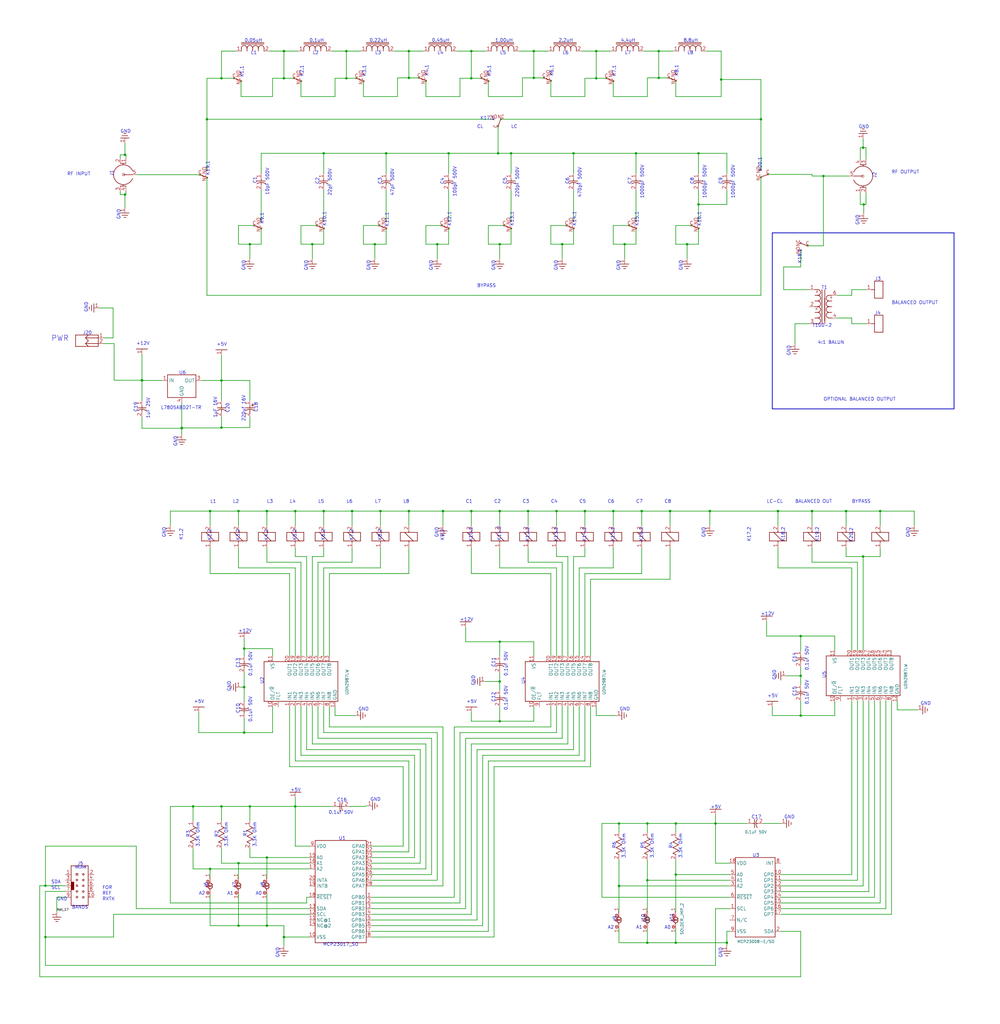
<source format=kicad_sch>
(kicad_sch (version 20250114) (generator "eeschema") (generator_version "9.0")
  (paper "User" 447.319 458.089)
  (text "+5V" (at 317.82 361.89 0) (effects (font (size 1.48 1.48)) (justify left bottom)))
  (text "+5V" (at 343.22 312.19 0) (effects (font (size 1.48 1.48)) (justify left bottom)))
  (text "J11" (at 301.244 412.681 90) (effects (font (size 1.48 1.48)) (justify left bottom)))
  (text "C20" (at 100.971 184.796 90) (effects (font (size 1.48 1.48)) (justify left top)))
  (text "K9.1" (at 116.365 95.113 90) (effects (font (size 1.48 1.48)) (justify right top)))
  (text "SCL" (at 22.86 396.24 0) (effects (font (size 1.48 1.48)) (justify left top)))
  (text "A1" (at 284.48 414.02 0) (effects (font (size 1.48 1.48)) (justify left top)))
  (text "A2" (at 271.78 414.02 0) (effects (font (size 1.48 1.48)) (justify left top)))
  (text "C9" (at 323.209 82.536 90) (effects (font (size 1.48 1.48)) (justify left bottom)))
  (text "+5V" (at 86.68 314.73 0) (effects (font (size 1.48 1.48)) (justify left bottom)))
  (text "REF" (at 45.72 398.78 0) (effects (font (size 1.48 1.48)) (justify left top)))
  (text "GND" (at 137.795 121.164 90) (effects (font (size 1.48 1.48)) (justify left bottom)))
  (text "C7" (at 284.48 223.52 0) (effects (font (size 1.48 1.48)) (justify left top)))
  (text "FOR" (at 45.72 396.24 0) (effects (font (size 1.48 1.48)) (justify left top)))
  (text "BYPASS" (at 213.36 127 0) (effects (font (size 1.48 1.48)) (justify left top)))
  (text "OPTIONAL BALANCED OUTPUT" (at 368.3 177.8 0) (effects (font (size 1.48 1.48)) (justify left top)))
  (text "GND" (at 74.295 240.544 90) (effects (font (size 1.48 1.48)) (justify left bottom)))
  (text "GND" (at 347.218 304.298 90) (effects (font (size 1.48 1.48)) (justify left bottom)))
  (text "C4" (at 246.38 223.52 0) (effects (font (size 1.48 1.48)) (justify left top)))
  (text "C16" (at 150.727 358.769 0) (effects (font (size 1.48 1.48)) (justify left bottom)))
  (text "BALANCED OUT" (at 355.6 223.52 0) (effects (font (size 1.48 1.48)) (justify left top)))
  (text "L5" (at 142.24 223.52 0) (effects (font (size 1.48 1.48)) (justify left top)))
  (text "K1.2" (at 81.915 241.648 90) (effects (font (size 1.48 1.48)) (justify left bottom)))
  (text "K14.1" (at 256.065 94.623 90) (effects (font (size 1.48 1.48)) (justify right top)))
  (text "J5" (at 34.562 387.252 0) (effects (font (size 1.48 1.48)) (justify left bottom)))
  (text "1000pF 500V" (at 314.331 88.879 90) (effects (font (size 1.48 1.48)) (justify left top)))
  (text "L2" (at 104.14 223.52 0) (effects (font (size 1.48 1.48)) (justify left top)))
  (text "K15.1" (at 284.005 94.659 90) (effects (font (size 1.48 1.48)) (justify right top)))
  (text "3.3K Ohm" (at 113.03 378.924 90) (effects (font (size 1.48 1.48)) (justify left top)))
  (text "L1" (at 93.98 223.52 0) (effects (font (size 1.48 1.48)) (justify left top)))
  (text "GND" (at 160.268 318.135 0) (effects (font (size 1.48 1.48)) (justify left bottom)))
  (text "U1" (at 151.471 375.92 0) (effects (font (size 1.48 1.48)) (justify left bottom)))
  (text "K4.2" (at 120.015 242.012 90) (effects (font (size 1.48 1.48)) (justify left bottom)))
  (text "C2" (at 220.98 223.52 0) (effects (font (size 1.48 1.48)) (justify left top)))
  (text "10pF 500V" (at 118.751 87.387 90) (effects (font (size 1.48 1.48)) (justify left top)))
  (text "+12V" (at 340.262 275.53 0) (effects (font (size 1.48 1.48)) (justify left bottom)))
  (text "GND" (at 277.495 121.164 90) (effects (font (size 1.48 1.48)) (justify left bottom)))
  (text "K5.2" (at 132.715 241.975 90) (effects (font (size 1.48 1.48)) (justify left bottom)))
  (text "T100-2" (at 372.122 144.78 0) (effects (font (size 1.48 1.48)) (justify right top)))
  (text "C7" (at 282.569 82.572 90) (effects (font (size 1.48 1.48)) (justify left bottom)))
  (text "C18" (at 113.671 184.467 90) (effects (font (size 1.48 1.48)) (justify left top)))
  (text "1000pF 500V" (at 327.031 88.879 90) (effects (font (size 1.48 1.48)) (justify left top)))
  (text "0.1uf 50V" (at 146.95 362.591 0) (effects (font (size 1.48 1.48)) (justify left top)))
  (text "0,1uf 50V" (at 225.431 317.87 90) (effects (font (size 1.48 1.48)) (justify left top)))
  (text "MCP23017_SO" (at 144.397 421.64 0) (effects (font (size 1.48 1.48)) (justify left top)))
  (text "U3" (at 336.564 383.54 0) (effects (font (size 1.48 1.48)) (justify left bottom)))
  (text "C19" (at 61.589 184.432 90) (effects (font (size 1.48 1.48)) (justify left bottom)))
  (text "L6" (at 251.584 22.86 0) (effects (font (size 1.48 1.48)) (justify left top)))
  (text "R4" (at 300.99 379.752 90) (effects (font (size 1.48 1.48)) (justify left bottom)))
  (text "GND" (at 384.429 100.844 90) (effects (font (size 1.48 1.48)) (justify left bottom)))
  (text "J3" (at 391.315 125.73 0) (effects (font (size 1.48 1.48)) (justify left bottom)))
  (text "220pF 500V" (at 230.511 88.461 90) (effects (font (size 1.48 1.48)) (justify left top)))
  (text "K10.2" (at 211.455 242.394 90) (effects (font (size 1.48 1.48)) (justify left bottom)))
  (text "K10.1" (at 144.305 94.659 90) (effects (font (size 1.48 1.48)) (justify right top)))
  (text "LC" (at 228.6 55.88 0) (effects (font (size 1.48 1.48)) (justify left top)))
  (text "K14.2" (at 262.255 242.43 90) (effects (font (size 1.48 1.48)) (justify left bottom)))
  (text "GND" (at 53.975 98.304 90) (effects (font (size 1.48 1.48)) (justify left bottom)))
  (text "GND" (at 39.472 139.77 90) (effects (font (size 1.48 1.48)) (justify left bottom)))
  (text "R5" (at 288.29 379.716 90) (effects (font (size 1.48 1.48)) (justify left bottom)))
  (text "L7805ABD2T-TR" (at 71.911 181.61 0) (effects (font (size 1.48 1.48)) (justify left top)))
  (text "L5" (at 223.607 22.86 0) (effects (font (size 1.48 1.48)) (justify left top)))
  (text "L1" (at 112.175 22.86 0) (effects (font (size 1.48 1.48)) (justify left top)))
  (text "J7" (at 105.664 397.35 90) (effects (font (size 1.48 1.48)) (justify left bottom)))
  (text "K9.2" (at 198.755 241.939 90) (effects (font (size 1.48 1.48)) (justify left bottom)))
  (text "J8" (at 118.364 397.35 90) (effects (font (size 1.48 1.48)) (justify left bottom)))
  (text "K20.2" (at 381.635 242.721 90) (effects (font (size 1.48 1.48)) (justify left bottom)))
  (text "K16.1" (at 311.945 94.696 90) (effects (font (size 1.48 1.48)) (justify right top)))
  (text "C2" (at 142.869 82.572 90) (effects (font (size 1.48 1.48)) (justify left bottom)))
  (text "K15.2" (at 274.955 242.394 90) (effects (font (size 1.48 1.48)) (justify left bottom)))
  (text "GND" (at 25.4 401.32 0) (effects (font (size 1.48 1.48)) (justify left top)))
  (text "RF INPUT" (at 29.987 77.027 0) (effects (font (size 1.48 1.48)) (justify left top)))
  (text "K12.1" (at 200.185 94.659 90) (effects (font (size 1.48 1.48)) (justify right top)))
  (text "GND" (at 103.378 309.378 90) (effects (font (size 1.48 1.48)) (justify left bottom)))
  (text "GND" (at 323.215 428.504 90) (effects (font (size 1.48 1.48)) (justify left bottom)))
  (text "U6" (at 80.061 167.64 0) (effects (font (size 1.48 1.48)) (justify left bottom)))
  (text "K3.2" (at 107.315 241.975 90) (effects (font (size 1.48 1.48)) (justify left bottom)))
  (text "0.22uH" (at 165.218 19.05 0) (effects (font (size 1.48 1.48)) (justify left bottom)))
  (text "K16.2" (at 287.655 242.356 90) (effects (font (size 1.48 1.48)) (justify left bottom)))
  (text "K20.1" (at 340.835 76.929 90) (effects (font (size 1.48 1.48)) (justify left bottom)))
  (text "GND" (at 109.855 121.164 90) (effects (font (size 1.48 1.48)) (justify left bottom)))
  (text "1uF 25V" (at 65.411 187.336 90) (effects (font (size 1.48 1.48)) (justify left top)))
  (text "K4.1" (at 190.025 29.001 90) (effects (font (size 1.48 1.48)) (justify right top)))
  (text "SDA" (at 22.86 393.7 0) (effects (font (size 1.48 1.48)) (justify left top)))
  (text "K17.2" (at 335.915 242.394 90) (effects (font (size 1.48 1.48)) (justify left bottom)))
  (text "GND" (at 165.735 121.164 90) (effects (font (size 1.48 1.48)) (justify left bottom)))
  (text "J6" (at 92.964 397.313 90) (effects (font (size 1.48 1.48)) (justify left bottom)))
  (text "C13" (at 107.309 298.89 90) (effects (font (size 1.48 1.48)) (justify left bottom)))
  (text "K2.2" (at 94.615 241.975 90) (effects (font (size 1.48 1.48)) (justify left bottom)))
  (text "L3" (at 119.38 223.52 0) (effects (font (size 1.48 1.48)) (justify left top)))
  (text "J4" (at 391.278 140.97 0) (effects (font (size 1.48 1.48)) (justify left bottom)))
  (text "C8" (at 297.18 223.52 0) (effects (font (size 1.48 1.48)) (justify left top)))
  (text "3.3K Ohm" (at 87.63 378.924 90) (effects (font (size 1.48 1.48)) (justify left top)))
  (text "A0" (at 114.3 398.78 0) (effects (font (size 1.48 1.48)) (justify left top)))
  (text "C5" (at 259.08 223.52 0) (effects (font (size 1.48 1.48)) (justify left top)))
  (text "K7.1" (at 273.845 29.213 90) (effects (font (size 1.48 1.48)) (justify right top)))
  (text "L4" (at 195.631 22.86 0) (effects (font (size 1.48 1.48)) (justify left top)))
  (text "C1" (at 208.28 223.52 0) (effects (font (size 1.48 1.48)) (justify left top)))
  (text "1000pF 500V" (at 286.391 88.879 90) (effects (font (size 1.48 1.48)) (justify left top)))
  (text "BALANCED OUTPUT" (at 398.78 134.62 0) (effects (font (size 1.48 1.48)) (justify left top)))
  (text "C11" (at 221.609 298.563 90) (effects (font (size 1.48 1.48)) (justify left bottom)))
  (text "GND" (at 315.595 240.544 90) (effects (font (size 1.48 1.48)) (justify left bottom)))
  (text "K19.1" (at 92.089 72.011 90) (effects (font (size 1.48 1.48)) (justify right top)))
  (text "A0" (at 297.18 414.02 0) (effects (font (size 1.48 1.48)) (justify left top)))
  (text "K2.1" (at 134.145 29.213 90) (effects (font (size 1.48 1.48)) (justify right top)))
  (text "K8.2" (at 170.815 241.975 90) (effects (font (size 1.48 1.48)) (justify left bottom)))
  (text "0.05uH" (at 109.338 19.05 0) (effects (font (size 1.48 1.48)) (justify left bottom)))
  (text "GND" (at 407.035 240.544 90) (effects (font (size 1.48 1.48)) (justify left bottom)))
  (text "U4" (at 234.95 306.092 90) (effects (font (size 1.48 1.48)) (justify left bottom)))
  (text "3.3K Ohm" (at 303.53 384.004 90) (effects (font (size 1.48 1.48)) (justify left top)))
  (text "J2" (at 390.33 79.85 90) (effects (font (size 1.48 1.48)) (justify left top)))
  (text "L4" (at 129.54 223.52 0) (effects (font (size 1.48 1.48)) (justify left top)))
  (text "C3" (at 170.809 82.572 90) (effects (font (size 1.48 1.48)) (justify left bottom)))
  (text "GND" (at 125.095 428.504 90) (effects (font (size 1.48 1.48)) (justify left bottom)))
  (text "K1.1" (at 107.329 29.54 90) (effects (font (size 1.48 1.48)) (justify right top)))
  (text "K11.1" (at 172.245 94.987 90) (effects (font (size 1.48 1.48)) (justify right top)))
  (text "IDC2x5" (at 33.312 387.486 0) (effects (font (size 0.987 0.987)) (justify left top)))
  (text "C8" (at 310.509 82.572 90) (effects (font (size 1.48 1.48)) (justify left bottom)))
  (text "K19.2" (at 366.395 242.357 90) (effects (font (size 1.48 1.48)) (justify left bottom)))
  (text "R6" (at 275.59 379.679 90) (effects (font (size 1.48 1.48)) (justify left bottom)))
  (text "GND" (at 221.615 121.164 90) (effects (font (size 1.48 1.48)) (justify left bottom)))
  (text "L8" (at 180.34 223.52 0) (effects (font (size 1.48 1.48)) (justify left top)))
  (text "R1" (at 110.49 374.309 90) (effects (font (size 1.48 1.48)) (justify left bottom)))
  (text "K5.1" (at 217.965 29.213 90) (effects (font (size 1.48 1.48)) (justify right top)))
  (text "L8" (at 307.428 22.86 0) (effects (font (size 1.48 1.48)) (justify left top)))
  (text "3.3K Ohm" (at 100.33 378.924 90) (effects (font (size 1.48 1.48)) (justify left top)))
  (text "J9" (at 275.844 412.554 90) (effects (font (size 1.48 1.48)) (justify left bottom)))
  (text "K18.2" (at 351.155 242.393 90) (effects (font (size 1.48 1.48)) (justify left bottom)))
  (text "R3" (at 85.09 374.636 90) (effects (font (size 1.48 1.48)) (justify left bottom)))
  (text "+12V" (at 60.862 154.588 0) (effects (font (size 1.48 1.48)) (justify left bottom)))
  (text "C3" (at 233.68 223.52 0) (effects (font (size 1.48 1.48)) (justify left top)))
  (text "GND" (at 305.435 121.164 90) (effects (font (size 1.48 1.48)) (justify left bottom)))
  (text "T1" (at 367.371 129.54 0) (effects (font (size 1.48 1.48)) (justify left bottom)))
  (text "GND" (at 53.842 59.69 0) (effects (font (size 1.48 1.48)) (justify left bottom)))
  (text "A1" (at 101.6 398.78 0) (effects (font (size 1.48 1.48)) (justify left top)))
  (text "L7" (at 167.64 223.52 0) (effects (font (size 1.48 1.48)) (justify left top)))
  (text "GND" (at 165.602 358.521 0) (effects (font (size 1.48 1.48)) (justify left bottom)))
  (text "J1" (at 50.806 78.916 90) (effects (font (size 1.48 1.48)) (justify left bottom)))
  (text "0,1uf 50V" (at 360.051 315.33 90) (effects (font (size 1.48 1.48)) (justify left top)))
  (text "GND" (at 353.695 159.264 90) (effects (font (size 1.48 1.48)) (justify left bottom)))
  (text "BANDS" (at 32.105 405.032 0) (effects (font (size 1.48 1.48)) (justify left top)))
  (text "2.2uH" (at 249.783 19.05 0) (effects (font (size 1.48 1.48)) (justify left bottom)))
  (text "K18.1" (at 358.615 111.36 90) (effects (font (size 1.48 1.48)) (justify right bottom)))
  (text "0.45uH" (at 193.121 19.05 0) (effects (font (size 1.48 1.48)) (justify left bottom)))
  (text "C6" (at 254.629 82.535 90) (effects (font (size 1.48 1.48)) (justify left bottom)))
  (text "K7.2" (at 158.115 241.975 90) (effects (font (size 1.48 1.48)) (justify left bottom)))
  (text "C6" (at 271.78 223.52 0) (effects (font (size 1.48 1.48)) (justify left top)))
  (text "+5V" (at 96.84 154.974 0) (effects (font (size 1.48 1.48)) (justify left bottom)))
  (text "L6" (at 154.94 223.52 0) (effects (font (size 1.48 1.48)) (justify left top)))
  (text "LC-CL" (at 342.9 223.52 0) (effects (font (size 1.48 1.48)) (justify left top)))
  (text "C4" (at 198.749 82.609 90) (effects (font (size 1.48 1.48)) (justify left bottom)))
  (text "1.00uH" (at 221.425 19.05 0) (effects (font (size 1.48 1.48)) (justify left bottom)))
  (text "22pF 500V" (at 146.691 87.715 90) (effects (font (size 1.48 1.48)) (justify left top)))
  (text "K6.1" (at 245.905 29.074 90) (effects (font (size 1.48 1.48)) (justify right top)))
  (text "47pF 500V" (at 174.631 87.751 90) (effects (font (size 1.48 1.48)) (justify left top)))
  (text "BYPASS" (at 381 223.52 0) (effects (font (size 1.48 1.48)) (justify left top)))
  (text "C10" (at 107.309 319.21 90) (effects (font (size 1.48 1.48)) (justify left bottom)))
  (text "0.1uF 50V" (at 111.131 323.133 90) (effects (font (size 1.48 1.48)) (justify left top)))
  (text "+5V" (at 129.86 354.27 0) (effects (font (size 1.48 1.48)) (justify left bottom)))
  (text "GND" (at 411.728 315.595 0) (effects (font (size 1.48 1.48)) (justify left bottom)))
  (text "K3.1" (at 162.085 29.213 90) (effects (font (size 1.48 1.48)) (justify right top)))
  (text "0.1uH" (at 138.351 19.05 0) (effects (font (size 1.48 1.48)) (justify left bottom)))
  (text "GND" (at 249.555 121.164 90) (effects (font (size 1.48 1.48)) (justify left bottom)))
  (text "PWR" (at 22.883 150.006 0) (effects (font (size 2.467 2.467)) (justify left top)))
  (text "U2" (at 118.11 306.056 90) (effects (font (size 1.48 1.48)) (justify left bottom)))
  (text "4:1 BALUN" (at 365.76 152.4 0) (effects (font (size 1.48 1.48)) (justify left top)))
  (text "GND" (at 193.675 121.164 90) (effects (font (size 1.48 1.48)) (justify left bottom)))
  (text "CL" (at 213.36 55.88 0) (effects (font (size 1.48 1.48)) (justify left top)))
  (text "GND" (at 384.042 57.658 0) (effects (font (size 1.48 1.48)) (justify left bottom)))
  (text "220uf 16V" (at 109.849 188.608 90) (effects (font (size 1.48 1.48)) (justify left bottom)))
  (text "C17" (at 336.11 366.389 0) (effects (font (size 1.48 1.48)) (justify left bottom)))
  (text "470pF 500V" (at 258.451 88.497 90) (effects (font (size 1.48 1.48)) (justify left top)))
  (text "K6.2" (at 145.415 241.938 90) (effects (font (size 1.48 1.48)) (justify left bottom)))
  (text "C1" (at 114.929 82.245 90) (effects (font (size 1.48 1.48)) (justify left bottom)))
  (text "K17.1" (at 221.381 53.815 0) (effects (font (size 1.48 1.48)) (justify right bottom)))
  (text "K12.2" (at 236.855 242.394 90) (effects (font (size 1.48 1.48)) (justify left bottom)))
  (text "J20" (at 37.025 149.853 0) (effects (font (size 1.48 1.48)) (justify left bottom)))
  (text "0,1uf 50V" (at 225.431 302.63 90) (effects (font (size 1.48 1.48)) (justify left top)))
  (text "L7" (at 279.487 22.86 0) (effects (font (size 1.48 1.48)) (justify left top)))
  (text "L2" (at 139.787 22.86 0) (effects (font (size 1.48 1.48)) (justify left top)))
  (text "GND" (at 350.768 366.395 0) (effects (font (size 1.48 1.48)) (justify left bottom)))
  (text "C15" (at 356.229 311.59 90) (effects (font (size 1.48 1.48)) (justify left bottom)))
  (text "U5" (at 369.57 303.516 90) (effects (font (size 1.48 1.48)) (justify left bottom)))
  (text "4.4uH" (at 277.651 19.05 0) (effects (font (size 1.48 1.48)) (justify left bottom)))
  (text "RXTX" (at 45.72 401.32 0) (effects (font (size 1.48 1.48)) (justify left top)))
  (text "0,1uf 50V" (at 360.051 300.09 90) (effects (font (size 1.48 1.48)) (justify left top)))
  (text "+12V" (at 205.642 278.07 0) (effects (font (size 1.48 1.48)) (justify left bottom)))
  (text "RF OUTPUT" (at 398.78 76.2 0) (effects (font (size 1.48 1.48)) (justify left top)))
  (text "K8.1" (at 301.785 29.038 90) (effects (font (size 1.48 1.48)) (justify right top)))
  (text "C12" (at 221.609 314.13 90) (effects (font (size 1.48 1.48)) (justify left bottom)))
  (text "8.8uH" (at 305.665 19.05 0) (effects (font (size 1.48 1.48)) (justify left bottom)))
  (text "K13.1" (at 228.125 94.659 90) (effects (font (size 1.48 1.48)) (justify right top)))
  (text "A2" (at 88.9 398.78 0) (effects (font (size 1.48 1.48)) (justify left top)))
  (text "0,1uf 50V" (at 111.131 302.63 90) (effects (font (size 1.48 1.48)) (justify left top)))
  (text "K11.2" (at 224.155 242.066 90) (effects (font (size 1.48 1.48)) (justify left bottom)))
  (text "C14" (at 356.229 296.387 90) (effects (font (size 1.48 1.48)) (justify left bottom)))
  (text "3.3K Ohm" (at 278.13 384.004 90) (effects (font (size 1.48 1.48)) (justify left top)))
  (text "+5V" (at 208.6 314.73 0) (effects (font (size 1.48 1.48)) (justify left bottom)))
  (text "100pF 500V" (at 202.571 88.133 90) (effects (font (size 1.48 1.48)) (justify left top)))
  (text "J10" (at 288.544 413.009 90) (effects (font (size 1.48 1.48)) (justify left bottom)))
  (text "1uF 16V" (at 97.149 186.972 90) (effects (font (size 1.48 1.48)) (justify left bottom)))
  (text "GND" (at 212.598 306.838 90) (effects (font (size 1.48 1.48)) (justify left bottom)))
  (text "GND" (at 196.215 240.544 90) (effects (font (size 1.48 1.48)) (justify left bottom)))
  (text "GND" (at 79.375 199.782 90) (effects (font (size 1.48 1.48)) (justify left bottom)))
  (text "C5" (at 226.689 82.572 90) (effects (font (size 1.48 1.48)) (justify left bottom)))
  (text "L3" (at 167.727 22.86 0) (effects (font (size 1.48 1.48)) (justify left top)))
  (text "K13.2" (at 249.555 242.394 90) (effects (font (size 1.48 1.48)) (justify left bottom)))
  (text "GND" (at 277.108 318.135 0) (effects (font (size 1.48 1.48)) (justify left bottom)))
  (text "+12V" (at 106.582 283.15 0) (effects (font (size 1.48 1.48)) (justify left bottom)))
  (text "3.3K Ohm" (at 290.83 384.004 90) (effects (font (size 1.48 1.48)) (justify left top)))
  (text "R2" (at 97.79 374.636 90) (effects (font (size 1.48 1.48)) (justify left bottom)))
  (junction (at 170.18 228.6))
  (junction (at 276.86 368.3))
  (junction (at 139.7 109.22))
  (junction (at 106.68 414.02))
  (junction (at 119.38 228.6))
  (junction (at 223.52 109.22))
  (junction (at 322.58 35.56))
  (junction (at 210.82 228.6))
  (junction (at 99.06 35.005))
  (junction (at 358.14 284.48))
  (junction (at 210.82 22.86))
  (junction (at 99.06 170.18))
  (junction (at 109.22 307.34))
  (junction (at 363.22 228.6))
  (junction (at 302.26 421.64))
  (junction (at 172.72 68.58))
  (junction (at 223.52 228.6))
  (junction (at 86.36 360.68))
  (junction (at 320.04 368.3))
  (junction (at 289.56 393.7))
  (junction (at 106.68 386.08))
  (junction (at 317.5 228.6))
  (junction (at 20.32 396.144))
  (junction (at 63.5 170.18))
  (junction (at 393.7 228.6))
  (junction (at 251.46 109.22))
  (junction (at 236.22 228.6))
  (junction (at 274.32 228.6))
  (junction (at 20.32 419.1))
  (junction (at 93.98 388.62))
  (junction (at 92.564 53.34))
  (junction (at 312.42 68.58))
  (junction (at 132.08 228.6))
  (junction (at 223.52 287.02))
  (junction (at 279.4 109.22))
  (junction (at 119.38 383.54))
  (junction (at 223.52 322.58))
  (junction (at 99.06 360.68))
  (junction (at 222.79 68.58))
  (junction (at 195.58 109.22))
  (junction (at 347.98 228.6))
  (junction (at 287.02 228.6))
  (junction (at 299.72 228.6))
  (junction (at 127 419.1))
  (junction (at 93.98 228.6))
  (junction (at 289.56 368.3))
  (junction (at 378.46 228.6))
  (junction (at 81.28 191.558))
  (junction (at 223.52 304.8))
  (junction (at 55.88 69.244))
  (junction (at 238.76 34.83))
  (junction (at 386.08 248.92))
  (junction (at 99.06 191.239))
  (junction (at 358.14 320.04))
  (junction (at 276.86 396.24))
  (junction (at 63.5 170.058))
  (junction (at 368.3 78.74))
  (junction (at 325.12 421.64))
  (junction (at 289.56 421.64))
  (junction (at 111.76 109.22))
  (junction (at 284.48 68.58))
  (junction (at 256.54 68.58))
  (junction (at 340.36 53.34))
  (junction (at 200.66 68.58))
  (junction (at 210.82 35.005))
  (junction (at 132.08 360.68))
  (junction (at 182.88 34.83))
  (junction (at 198.12 228.6))
  (junction (at 294.64 22.86))
  (junction (at 127 22.86))
  (junction (at 386.334 91.44))
  (junction (at 182.88 228.6))
  (junction (at 167.64 109.22))
  (junction (at 307.34 109.22))
  (junction (at 119.38 414.02))
  (junction (at 238.76 22.86))
  (junction (at 302.26 391.16))
  (junction (at 312.42 91.44))
  (junction (at 157.48 228.6))
  (junction (at 111.76 360.68))
  (junction (at 386.08 66.04))
  (junction (at 106.68 228.6))
  (junction (at 266.7 35.005))
  (junction (at 109.22 327.66))
  (junction (at 127 35.005))
  (junction (at 144.78 68.58))
  (junction (at 144.78 228.6))
  (junction (at 154.94 35.005))
  (junction (at 266.7 22.86))
  (junction (at 302.26 368.3))
  (junction (at 248.92 228.6))
  (junction (at 154.94 22.86))
  (junction (at 358.14 302.26))
  (junction (at 109.22 290.1))
  (junction (at 182.88 22.86))
  (junction (at 81.28 191.399))
  (junction (at 228.6 68.58))
  (junction (at 261.62 228.6))
  (junction (at 55.88 87.024))
  (junction (at 294.64 34.83))
  (wire (pts (xy 386.08 313.69) (xy 386.08 396.24)) (stroke (width 0.25)))
  (wire (pts (xy 20.32 396.144) (xy 29.209 396.144)) (stroke (width 0.25)))
  (wire (pts (xy 134.62 109.22) (xy 139.7 109.22)) (stroke (width 0.25)))
  (wire (pts (xy 142.24 251.46) (xy 157.48 251.46)) (stroke (width 0.25)))
  (wire (pts (xy 302.26 100.87) (xy 302.26 109.22)) (stroke (width 0.25)))
  (wire (pts (xy 256.54 316.23) (xy 256.54 335.28)) (stroke (width 0.25)))
  (wire (pts (xy 312.42 85.09) (xy 312.42 91.44)) (stroke (width 0.25)))
  (wire (pts (xy 264.16 342.9) (xy 220.98 342.9)) (stroke (width 0.25)))
  (wire (pts (xy 363.22 78.74) (xy 363.22 78.01)) (stroke (width 0.25)))
  (wire (pts (xy 347.98 228.6) (xy 317.5 228.6)) (stroke (width 0.25)))
  (wire (pts (xy 388.62 313.69) (xy 388.62 398.78)) (stroke (width 0.25)))
  (wire (pts (xy 279.4 115.57) (xy 279.4 109.22)) (stroke (width 0.25)))
  (wire (pts (xy 218.44 100.87) (xy 218.44 109.22)) (stroke (width 0.25)))
  (wire (pts (xy 63.5 191.558) (xy 81.28 191.558)) (stroke (width 0.25)))
  (wire (pts (xy 325.12 421.64) (xy 325.12 416.56)) (stroke (width 0.25)))
  (wire (pts (xy 193.04 391.16) (xy 193.04 330.2)) (stroke (width 0.25)))
  (wire (pts (xy 334.01 368.3) (xy 320.04 368.3)) (stroke (width 0.25)))
  (wire (pts (xy 76.2 360.68) (xy 86.36 360.68)) (stroke (width 0.25)))
  (wire (pts (xy 246.38 325.12) (xy 203.2 325.12)) (stroke (width 0.25)))
  (wire (pts (xy 63.5 170.058) (xy 63.5 158.628)) (stroke (width 0.25)))
  (wire (pts (xy 109.22 307.34) (xy 107.95 307.34)) (stroke (width 0.25)))
  (wire (pts (xy 63.5 170.18) (xy 63.5 170.058)) (stroke (width 0.25)))
  (wire (pts (xy 154.94 35.005) (xy 159.48 35.005)) (stroke (width 0.25)))
  (wire (pts (xy 195.58 393.7) (xy 166.37 393.7)) (stroke (width 0.25)))
  (wire (pts (xy 109.22 300.99) (xy 109.22 307.34)) (stroke (width 0.25)))
  (wire (pts (xy 251.46 109.22) (xy 256.54 109.22)) (stroke (width 0.25)))
  (wire (pts (xy 93.98 256.54) (xy 93.98 245.21)) (stroke (width 0.25)))
  (wire (pts (xy 55.88 92.71) (xy 55.88 87.024)) (stroke (width 0.25)))
  (wire (pts (xy 213.36 411.48) (xy 166.37 411.48)) (stroke (width 0.25)))
  (wire (pts (xy 322.58 35.56) (xy 322.58 43.18)) (stroke (width 0.25)))
  (wire (pts (xy 287.02 256.54) (xy 261.62 256.54)) (stroke (width 0.25)))
  (wire (pts (xy 119.38 251.46) (xy 119.38 245.21)) (stroke (width 0.25)))
  (wire (pts (xy 162.56 109.22) (xy 167.64 109.22)) (stroke (width 0.25)))
  (wire (pts (xy 320.04 364.49) (xy 320.04 368.3)) (stroke (width 0.25)))
  (wire (pts (xy 289.56 407.67) (xy 289.56 393.7)) (stroke (width 0.25)))
  (wire (pts (xy 106.68 254) (xy 106.68 245.21)) (stroke (width 0.25)))
  (wire (pts (xy 198.12 228.6) (xy 182.88 228.6)) (stroke (width 0.25)))
  (wire (pts (xy 137.16 316.23) (xy 137.16 335.28)) (stroke (width 0.25)))
  (wire (pts (xy 256.54 335.28) (xy 213.36 335.28)) (stroke (width 0.25)))
  (wire (pts (xy 120.65 22.86) (xy 127 22.86)) (stroke (width 0.25)))
  (wire (pts (xy 46.501 153.663) (xy 51.044 153.663)) (stroke (width 0.25)))
  (wire (pts (xy 302.26 421.64) (xy 289.56 421.64)) (stroke (width 0.25)))
  (wire (pts (xy 144.78 316.23) (xy 144.78 327.66)) (stroke (width 0.25)))
  (wire (pts (xy 20.32 398.684) (xy 29.208 398.684)) (stroke (width 0.25)))
  (wire (pts (xy 251.46 115.57) (xy 251.46 109.22)) (stroke (width 0.25)))
  (wire (pts (xy 220.98 419.1) (xy 166.37 419.1)) (stroke (width 0.25)))
  (wire (pts (xy 149.86 35.005) (xy 154.94 35.005)) (stroke (width 0.25)))
  (wire (pts (xy 72.39 170.18) (xy 63.5 170.18)) (stroke (width 0.25)))
  (wire (pts (xy 198.12 325.12) (xy 198.12 396.24)) (stroke (width 0.25)))
  (wire (pts (xy 142.24 330.2) (xy 142.24 316.23)) (stroke (width 0.25)))
  (wire (pts (xy 393.7 248.92) (xy 386.08 248.92)) (stroke (width 0.25)))
  (wire (pts (xy 358.14 119.38) (xy 350.52 119.38)) (stroke (width 0.25)))
  (wire (pts (xy 374.65 132.08) (xy 381 132.08)) (stroke (width 0.25)))
  (wire (pts (xy 147.32 256.54) (xy 182.88 256.54)) (stroke (width 0.25)))
  (wire (pts (xy 396.24 313.69) (xy 396.24 406.4)) (stroke (width 0.25)))
  (wire (pts (xy 387.35 91.44) (xy 387.35 86.36)) (stroke (width 0.25)))
  (wire (pts (xy 386.08 396.24) (xy 349.25 396.24)) (stroke (width 0.25)))
  (wire (pts (xy 340.36 53.34) (xy 340.36 35.56)) (stroke (width 0.25)))
  (wire (pts (xy 106.68 100.87) (xy 106.68 109.22)) (stroke (width 0.25)))
  (wire (pts (xy 210.82 228.6) (xy 198.12 228.6)) (stroke (width 0.25)))
  (wire (pts (xy 134.62 100.87) (xy 134.62 109.22)) (stroke (width 0.25)))
  (wire (pts (xy 222.79 68.58) (xy 200.66 68.58)) (stroke (width 0.25)))
  (wire (pts (xy 384.81 66.04) (xy 386.08 66.04)) (stroke (width 0.25)))
  (wire (pts (xy 185.42 337.82) (xy 134.62 337.82)) (stroke (width 0.25)))
  (wire (pts (xy 340.36 76.01) (xy 340.36 53.34)) (stroke (width 0.25)))
  (wire (pts (xy 190.5 388.62) (xy 166.37 388.62)) (stroke (width 0.25)))
  (wire (pts (xy 17.78 436.88) (xy 358.14 436.88)) (stroke (width 0.25)))
  (wire (pts (xy 107.804 36.275) (xy 107.804 43.18)) (stroke (width 0.25)))
  (wire (pts (xy 109.22 321.31) (xy 109.22 327.66)) (stroke (width 0.25)))
  (wire (pts (xy 223.52 254) (xy 248.92 254)) (stroke (width 0.25)))
  (wire (pts (xy 320.04 431.8) (xy 20.32 431.8)) (stroke (width 0.25)))
  (wire (pts (xy 256.54 109.22) (xy 256.54 102.14)) (stroke (width 0.25)))
  (wire (pts (xy 326.39 396.24) (xy 276.86 396.24)) (stroke (width 0.25)))
  (wire (pts (xy 384.81 86.36) (xy 384.81 91.44)) (stroke (width 0.25)))
  (wire (pts (xy 222.79 56.42) (xy 222.79 68.58)) (stroke (width 0.25)))
  (wire (pts (xy 269.24 368.3) (xy 276.86 368.3)) (stroke (width 0.25)))
  (wire (pts (xy 182.88 228.6) (xy 170.18 228.6)) (stroke (width 0.25)))
  (wire (pts (xy 248.92 245.21) (xy 248.92 248.92)) (stroke (width 0.25)))
  (wire (pts (xy 132.08 248.92) (xy 132.08 245.21)) (stroke (width 0.25)))
  (wire (pts (xy 299.72 228.6) (xy 299.72 234.95)) (stroke (width 0.25)))
  (wire (pts (xy 266.7 22.86) (xy 273.05 22.86)) (stroke (width 0.25)))
  (wire (pts (xy 325.12 85.09) (xy 325.12 91.44)) (stroke (width 0.25)))
  (wire (pts (xy 289.56 368.3) (xy 276.86 368.3)) (stroke (width 0.25)))
  (wire (pts (xy 340.36 35.56) (xy 322.58 35.56)) (stroke (width 0.25)))
  (wire (pts (xy 218.44 416.56) (xy 166.37 416.56)) (stroke (width 0.25)))
  (wire (pts (xy 111.76 383.54) (xy 119.38 383.54)) (stroke (width 0.25)))
  (wire (pts (xy 246.38 36.1) (xy 246.38 43.18)) (stroke (width 0.25)))
  (wire (pts (xy 134.62 293.37) (xy 134.62 251.46)) (stroke (width 0.25)))
  (wire (pts (xy 190.5 100.87) (xy 190.5 109.22)) (stroke (width 0.25)))
  (wire (pts (xy 205.74 35.005) (xy 210.82 35.005)) (stroke (width 0.25)))
  (wire (pts (xy 274.32 109.22) (xy 279.4 109.22)) (stroke (width 0.25)))
  (wire (pts (xy 56.326 69.244) (xy 56.326 70.514)) (stroke (width 0.25)))
  (wire (pts (xy 256.54 68.58) (xy 228.6 68.58)) (stroke (width 0.25)))
  (wire (pts (xy 172.72 85.09) (xy 172.72 98.87)) (stroke (width 0.25)))
  (wire (pts (xy 92.564 53.34) (xy 92.564 35.005)) (stroke (width 0.25)))
  (wire (pts (xy 363.22 78.01) (xy 343.44 78.01)) (stroke (width 0.25)))
  (wire (pts (xy 378.46 228.6) (xy 393.7 228.6)) (stroke (width 0.25)))
  (wire (pts (xy 210.82 22.86) (xy 210.82 35.005)) (stroke (width 0.25)))
  (wire (pts (xy 200.66 85.09) (xy 200.66 98.87)) (stroke (width 0.25)))
  (wire (pts (xy 166.37 378.46) (xy 180.34 378.46)) (stroke (width 0.25)))
  (wire (pts (xy 266.7 316.23) (xy 266.7 320.04)) (stroke (width 0.25)))
  (wire (pts (xy 326.39 406.4) (xy 320.04 406.4)) (stroke (width 0.25)))
  (wire (pts (xy 99.06 191.399) (xy 81.28 191.399)) (stroke (width 0.25)))
  (wire (pts (xy 312.42 68.58) (xy 284.48 68.58)) (stroke (width 0.25)))
  (wire (pts (xy 139.7 332.74) (xy 190.5 332.74)) (stroke (width 0.25)))
  (wire (pts (xy 254 316.23) (xy 254 332.74)) (stroke (width 0.25)))
  (wire (pts (xy 248.92 254) (xy 248.92 293.37)) (stroke (width 0.25)))
  (wire (pts (xy 86.36 388.62) (xy 86.36 379.73)) (stroke (width 0.25)))
  (wire (pts (xy 248.92 327.66) (xy 205.74 327.66)) (stroke (width 0.25)))
  (wire (pts (xy 246.38 316.23) (xy 246.38 325.12)) (stroke (width 0.25)))
  (wire (pts (xy 134.62 43.18) (xy 149.86 43.18)) (stroke (width 0.25)))
  (wire (pts (xy 182.88 256.54) (xy 182.88 245.21)) (stroke (width 0.25)))
  (wire (pts (xy 284.48 85.09) (xy 284.48 98.87)) (stroke (width 0.25)))
  (wire (pts (xy 232.41 22.86) (xy 238.76 22.86)) (stroke (width 0.25)))
  (wire (pts (xy 162.56 100.87) (xy 162.56 109.22)) (stroke (width 0.25)))
  (wire (pts (xy 157.48 228.6) (xy 157.48 234.95)) (stroke (width 0.25)))
  (wire (pts (xy 132.08 316.23) (xy 132.08 340.36)) (stroke (width 0.25)))
  (wire (pts (xy 373.38 320.04) (xy 373.38 313.69)) (stroke (width 0.25)))
  (wire (pts (xy 391.16 401.32) (xy 349.25 401.32)) (stroke (width 0.25)))
  (wire (pts (xy 289.56 421.64) (xy 276.86 421.64)) (stroke (width 0.25)))
  (wire (pts (xy 312.42 109.22) (xy 312.42 102.14)) (stroke (width 0.25)))
  (wire (pts (xy 111.76 186.568) (xy 111.76 191.239)) (stroke (width 0.25)))
  (wire (pts (xy 180.34 378.46) (xy 180.34 342.9)) (stroke (width 0.25)))
  (wire (pts (xy 261.62 245.21) (xy 261.62 248.92)) (stroke (width 0.25)))
  (wire (pts (xy 320.04 406.4) (xy 320.04 431.8)) (stroke (width 0.25)))
  (wire (pts (xy 266.7 320.04) (xy 275.59 320.04)) (stroke (width 0.25)))
  (wire (pts (xy 137.16 293.37) (xy 137.16 248.92)) (stroke (width 0.25)))
  (wire (pts (xy 210.82 318.77) (xy 210.82 322.58)) (stroke (width 0.25)))
  (wire (pts (xy 326.39 401.32) (xy 269.24 401.32)) (stroke (width 0.25)))
  (wire (pts (xy 139.7 316.23) (xy 139.7 332.74)) (stroke (width 0.25)))
  (wire (pts (xy 166.37 383.54) (xy 185.42 383.54)) (stroke (width 0.25)))
  (wire (pts (xy 109.22 307.34) (xy 109.22 313.69)) (stroke (width 0.25)))
  (wire (pts (xy 223.52 322.58) (xy 238.76 322.58)) (stroke (width 0.25)))
  (wire (pts (xy 378.46 234.95) (xy 378.46 228.6)) (stroke (width 0.25)))
  (wire (pts (xy 208.28 330.2) (xy 208.28 406.4)) (stroke (width 0.25)))
  (wire (pts (xy 246.38 256.54) (xy 246.38 293.37)) (stroke (width 0.25)))
  (wire (pts (xy 325.12 68.58) (xy 312.42 68.58)) (stroke (width 0.25)))
  (wire (pts (xy 398.78 408.94) (xy 349.25 408.94)) (stroke (width 0.25)))
  (wire (pts (xy 182.88 234.95) (xy 182.88 228.6)) (stroke (width 0.25)))
  (wire (pts (xy 127 414.02) (xy 119.38 414.02)) (stroke (width 0.25)))
  (wire (pts (xy 93.98 392.43) (xy 93.98 388.62)) (stroke (width 0.25)))
  (wire (pts (xy 381 142.24) (xy 381 144.78)) (stroke (width 0.25)))
  (wire (pts (xy 81.28 191.558) (xy 81.28 191.399)) (stroke (width 0.25)))
  (wire (pts (xy 182.88 22.86) (xy 182.88 34.83)) (stroke (width 0.25)))
  (wire (pts (xy 381 129.54) (xy 387.35 129.54)) (stroke (width 0.25)))
  (wire (pts (xy 238.76 287.02) (xy 238.76 293.37)) (stroke (width 0.25)))
  (wire (pts (xy 358.14 290.83) (xy 358.14 284.48)) (stroke (width 0.25)))
  (wire (pts (xy 289.56 34.83) (xy 294.64 34.83)) (stroke (width 0.25)))
  (wire (pts (xy 147.32 293.37) (xy 147.32 256.54)) (stroke (width 0.25)))
  (wire (pts (xy 363.22 245.21) (xy 363.22 251.46)) (stroke (width 0.25)))
  (wire (pts (xy 167.64 115.57) (xy 167.64 109.22)) (stroke (width 0.25)))
  (wire (pts (xy 358.14 306.07) (xy 358.14 302.26)) (stroke (width 0.25)))
  (wire (pts (xy 162.56 36.275) (xy 162.56 43.18)) (stroke (width 0.25)))
  (wire (pts (xy 322.58 43.18) (xy 302.26 43.18)) (stroke (width 0.25)))
  (wire (pts (xy 223.52 287.02) (xy 238.76 287.02)) (stroke (width 0.25)))
  (wire (pts (xy 106.68 414.02) (xy 119.38 414.02)) (stroke (width 0.25)))
  (wire (pts (xy 87.484 78.134) (xy 89.484 78.185)) (stroke (width 0.25)))
  (wire (pts (xy 177.8 34.83) (xy 182.88 34.83)) (stroke (width 0.25)))
  (wire (pts (xy 276.86 368.3) (xy 276.86 372.11)) (stroke (width 0.25)))
  (wire (pts (xy 193.04 330.2) (xy 142.24 330.2)) (stroke (width 0.25)))
  (wire (pts (xy 210.82 408.94) (xy 166.37 408.94)) (stroke (width 0.25)))
  (wire (pts (xy 93.98 400.05) (xy 93.98 414.02)) (stroke (width 0.25)))
  (wire (pts (xy 256.54 77.47) (xy 256.54 68.58)) (stroke (width 0.25)))
  (wire (pts (xy 238.76 22.86) (xy 238.76 34.83)) (stroke (width 0.25)))
  (wire (pts (xy 378.46 248.92) (xy 378.46 245.21)) (stroke (width 0.25)))
  (wire (pts (xy 208.28 287.02) (xy 223.52 287.02)) (stroke (width 0.25)))
  (wire (pts (xy 172.72 77.47) (xy 172.72 68.58)) (stroke (width 0.25)))
  (wire (pts (xy 137.16 248.92) (xy 132.08 248.92)) (stroke (width 0.25)))
  (wire (pts (xy 121.92 290.1) (xy 109.22 290.1)) (stroke (width 0.25)))
  (wire (pts (xy 302.26 415.29) (xy 302.26 421.64)) (stroke (width 0.25)))
  (wire (pts (xy 111.76 360.68) (xy 111.76 367.03)) (stroke (width 0.25)))
  (wire (pts (xy 215.9 414.02) (xy 166.37 414.02)) (stroke (width 0.25)))
  (wire (pts (xy 363.22 234.95) (xy 363.22 228.6)) (stroke (width 0.25)))
  (wire (pts (xy 106.68 228.6) (xy 106.68 234.95)) (stroke (width 0.25)))
  (wire (pts (xy 289.56 393.7) (xy 289.56 384.81)) (stroke (width 0.25)))
  (wire (pts (xy 111.76 170.18) (xy 111.76 178.948)) (stroke (width 0.25)))
  (wire (pts (xy 20.32 431.8) (xy 20.32 419.1)) (stroke (width 0.25)))
  (wire (pts (xy 182.88 340.36) (xy 182.88 381)) (stroke (width 0.25)))
  (wire (pts (xy 88.9 327.66) (xy 88.9 318.77)) (stroke (width 0.25)))
  (wire (pts (xy 266.7 35.005) (xy 271.24 35.005)) (stroke (width 0.25)))
  (wire (pts (xy 116.84 109.22) (xy 116.84 102.14)) (stroke (width 0.25)))
  (wire (pts (xy 144.78 327.66) (xy 195.58 327.66)) (stroke (width 0.25)))
  (wire (pts (xy 190.5 43.18) (xy 205.74 43.18)) (stroke (width 0.25)))
  (wire (pts (xy 347.98 245.21) (xy 347.98 254)) (stroke (width 0.25)))
  (wire (pts (xy 137.16 335.28) (xy 187.96 335.28)) (stroke (width 0.25)))
  (wire (pts (xy 224.06 53.34) (xy 340.36 53.34)) (stroke (width 0.25)))
  (wire (pts (xy 218.44 109.22) (xy 223.52 109.22)) (stroke (width 0.25)))
  (wire (pts (xy 177.8 43.18) (xy 177.8 34.83)) (stroke (width 0.25)))
  (wire (pts (xy 248.92 316.23) (xy 248.92 327.66)) (stroke (width 0.25)))
  (wire (pts (xy 107.804 43.18) (xy 121.92 43.18)) (stroke (width 0.25)))
  (wire (pts (xy 251.46 330.2) (xy 208.28 330.2)) (stroke (width 0.25)))
  (wire (pts (xy 383.54 393.7) (xy 349.25 393.7)) (stroke (width 0.25)))
  (wire (pts (xy 106.68 386.08) (xy 99.06 386.08)) (stroke (width 0.25)))
  (wire (pts (xy 170.18 228.6) (xy 157.48 228.6)) (stroke (width 0.25)))
  (wire (pts (xy 261.62 256.54) (xy 261.62 293.37)) (stroke (width 0.25)))
  (wire (pts (xy 266.7 22.86) (xy 266.7 35.005)) (stroke (width 0.25)))
  (wire (pts (xy 200.66 109.22) (xy 200.66 102.14)) (stroke (width 0.25)))
  (wire (pts (xy 182.88 34.83) (xy 187.42 34.83)) (stroke (width 0.25)))
  (wire (pts (xy 119.38 414.02) (xy 119.38 400.05)) (stroke (width 0.25)))
  (wire (pts (xy 248.92 234.95) (xy 248.92 228.6)) (stroke (width 0.25)))
  (wire (pts (xy 93.98 414.02) (xy 106.68 414.02)) (stroke (width 0.25)))
  (wire (pts (xy 246.38 109.22) (xy 251.46 109.22)) (stroke (width 0.25)))
  (wire (pts (xy 55.88 64.262) (xy 55.88 69.244)) (stroke (width 0.25)))
  (wire (pts (xy 50.576 151.123) (xy 46.501 151.123)) (stroke (width 0.25)))
  (wire (pts (xy 86.36 360.68) (xy 86.36 367.03)) (stroke (width 0.25)))
  (wire (pts (xy 60.96 378.46) (xy 20.32 378.46)) (stroke (width 0.25)))
  (wire (pts (xy 187.96 335.28) (xy 187.96 386.08)) (stroke (width 0.25)))
  (wire (pts (xy 134.62 251.46) (xy 119.38 251.46)) (stroke (width 0.25)))
  (wire (pts (xy 246.38 43.18) (xy 261.62 43.18)) (stroke (width 0.25)))
  (wire (pts (xy 200.66 77.47) (xy 200.66 68.58)) (stroke (width 0.25)))
  (wire (pts (xy 119.38 228.6) (xy 119.38 234.95)) (stroke (width 0.25)))
  (wire (pts (xy 119.38 392.43) (xy 119.38 383.54)) (stroke (width 0.25)))
  (wire (pts (xy 373.38 284.48) (xy 373.38 290.83)) (stroke (width 0.25)))
  (wire (pts (xy 264.16 316.23) (xy 264.16 342.9)) (stroke (width 0.25)))
  (wire (pts (xy 320.04 386.08) (xy 320.04 368.3)) (stroke (width 0.25)))
  (wire (pts (xy 127 22.86) (xy 133.35 22.86)) (stroke (width 0.25)))
  (wire (pts (xy 210.82 256.54) (xy 246.38 256.54)) (stroke (width 0.25)))
  (wire (pts (xy 398.78 313.69) (xy 398.78 408.94)) (stroke (width 0.25)))
  (wire (pts (xy 144.78 109.22) (xy 144.78 102.14)) (stroke (width 0.25)))
  (wire (pts (xy 408.94 228.6) (xy 393.7 228.6)) (stroke (width 0.25)))
  (wire (pts (xy 172.72 68.58) (xy 144.78 68.58)) (stroke (width 0.25)))
  (wire (pts (xy 144.78 77.47) (xy 144.78 68.58)) (stroke (width 0.25)))
  (wire (pts (xy 134.62 337.82) (xy 134.62 316.23)) (stroke (width 0.25)))
  (wire (pts (xy 393.7 313.69) (xy 393.7 403.86)) (stroke (width 0.25)))
  (wire (pts (xy 190.5 109.22) (xy 195.58 109.22)) (stroke (width 0.25)))
  (wire (pts (xy 81.28 180.34) (xy 81.28 191.399)) (stroke (width 0.25)))
  (wire (pts (xy 167.64 109.22) (xy 172.72 109.22)) (stroke (width 0.25)))
  (wire (pts (xy 279.4 109.22) (xy 284.48 109.22)) (stroke (width 0.25)))
  (wire (pts (xy 233.68 34.83) (xy 238.76 34.83)) (stroke (width 0.25)))
  (wire (pts (xy 228.6 85.09) (xy 228.6 98.87)) (stroke (width 0.25)))
  (wire (pts (xy 317.5 234.95) (xy 317.5 228.6)) (stroke (width 0.25)))
  (wire (pts (xy 236.22 228.6) (xy 236.22 234.95)) (stroke (width 0.25)))
  (wire (pts (xy 312.42 77.47) (xy 312.42 68.58)) (stroke (width 0.25)))
  (wire (pts (xy 322.58 22.86) (xy 322.58 35.56)) (stroke (width 0.25)))
  (wire (pts (xy 190.5 332.74) (xy 190.5 388.62)) (stroke (width 0.25)))
  (wire (pts (xy 299.72 259.08) (xy 264.16 259.08)) (stroke (width 0.25)))
  (wire (pts (xy 347.98 234.95) (xy 347.98 228.6)) (stroke (width 0.25)))
  (wire (pts (xy 383.54 313.69) (xy 383.54 393.7)) (stroke (width 0.25)))
  (wire (pts (xy 325.12 91.44) (xy 312.42 91.44)) (stroke (width 0.25)))
  (wire (pts (xy 223.52 308.61) (xy 223.52 304.8)) (stroke (width 0.25)))
  (wire (pts (xy 316.23 22.86) (xy 322.58 22.86)) (stroke (width 0.25)))
  (wire (pts (xy 289.56 415.29) (xy 289.56 421.64)) (stroke (width 0.25)))
  (wire (pts (xy 203.2 325.12) (xy 203.2 401.32)) (stroke (width 0.25)))
  (wire (pts (xy 274.32 245.21) (xy 274.32 254)) (stroke (width 0.25)))
  (wire (pts (xy 302.26 109.22) (xy 307.34 109.22)) (stroke (width 0.25)))
  (wire (pts (xy 157.48 251.46) (xy 157.48 245.21)) (stroke (width 0.25)))
  (wire (pts (xy 129.54 256.54) (xy 93.98 256.54)) (stroke (width 0.25)))
  (wire (pts (xy 50.8 408.94) (xy 50.8 419.1)) (stroke (width 0.25)))
  (wire (pts (xy 157.48 228.6) (xy 144.78 228.6)) (stroke (width 0.25)))
  (wire (pts (xy 138.43 406.4) (xy 60.96 406.4)) (stroke (width 0.25)))
  (wire (pts (xy 233.68 43.18) (xy 233.68 34.83)) (stroke (width 0.25)))
  (wire (pts (xy 223.52 115.57) (xy 223.52 109.22)) (stroke (width 0.25)))
  (wire (pts (xy 326.39 391.16) (xy 302.26 391.16)) (stroke (width 0.25)))
  (wire (pts (xy 223.52 304.8) (xy 223.52 300.99)) (stroke (width 0.25)))
  (wire (pts (xy 144.78 85.09) (xy 144.78 98.87)) (stroke (width 0.25)))
  (wire (pts (xy 259.08 337.82) (xy 215.9 337.82)) (stroke (width 0.25)))
  (wire (pts (xy 195.58 115.57) (xy 195.58 109.22)) (stroke (width 0.25)))
  (wire (pts (xy 379.73 78.74) (xy 368.3 78.74)) (stroke (width 0.25)))
  (wire (pts (xy 261.62 248.92) (xy 256.54 248.92)) (stroke (width 0.25)))
  (wire (pts (xy 166.37 391.16) (xy 193.04 391.16)) (stroke (width 0.25)))
  (wire (pts (xy 99.06 360.68) (xy 86.36 360.68)) (stroke (width 0.25)))
  (wire (pts (xy 281.4 100.87) (xy 274.32 100.87)) (stroke (width 0.25)))
  (wire (pts (xy 223.52 228.6) (xy 236.22 228.6)) (stroke (width 0.25)))
  (wire (pts (xy 210.82 22.86) (xy 217.17 22.86)) (stroke (width 0.25)))
  (wire (pts (xy 53.786 69.244) (xy 53.786 70.514)) (stroke (width 0.25)))
  (wire (pts (xy 326.39 386.08) (xy 320.04 386.08)) (stroke (width 0.25)))
  (wire (pts (xy 144.78 248.92) (xy 144.78 245.21)) (stroke (width 0.25)))
  (wire (pts (xy 408.94 234.95) (xy 408.94 228.6)) (stroke (width 0.25)))
  (wire (pts (xy 223.52 316.23) (xy 223.52 322.58)) (stroke (width 0.25)))
  (wire (pts (xy 205.74 43.18) (xy 205.74 35.005)) (stroke (width 0.25)))
  (wire (pts (xy 154.94 22.86) (xy 154.94 35.005)) (stroke (width 0.25)))
  (wire (pts (xy 92.564 35.005) (xy 99.06 35.005)) (stroke (width 0.25)))
  (wire (pts (xy 144.78 68.58) (xy 116.84 68.58)) (stroke (width 0.25)))
  (wire (pts (xy 55.88 69.244) (xy 56.326 69.244)) (stroke (width 0.25)))
  (wire (pts (xy 238.76 322.58) (xy 238.76 316.23)) (stroke (width 0.25)))
  (wire (pts (xy 284.48 77.47) (xy 284.48 68.58)) (stroke (width 0.25)))
  (wire (pts (xy 386.08 62.23) (xy 386.08 66.04)) (stroke (width 0.25)))
  (wire (pts (xy 218.44 36.275) (xy 218.44 43.18)) (stroke (width 0.25)))
  (wire (pts (xy 218.44 43.18) (xy 233.68 43.18)) (stroke (width 0.25)))
  (wire (pts (xy 361.22 109.95) (xy 368.3 109.95)) (stroke (width 0.25)))
  (wire (pts (xy 132.08 228.6) (xy 132.08 234.95)) (stroke (width 0.25)))
  (wire (pts (xy 138.43 386.08) (xy 106.68 386.08)) (stroke (width 0.25)))
  (wire (pts (xy 210.82 245.21) (xy 210.82 256.54)) (stroke (width 0.25)))
  (wire (pts (xy 386.334 91.44) (xy 387.35 91.44)) (stroke (width 0.25)))
  (wire (pts (xy 208.28 406.4) (xy 166.37 406.4)) (stroke (width 0.25)))
  (wire (pts (xy 248.92 228.6) (xy 236.22 228.6)) (stroke (width 0.25)))
  (wire (pts (xy 225.52 100.87) (xy 218.44 100.87)) (stroke (width 0.25)))
  (wire (pts (xy 254 332.74) (xy 210.82 332.74)) (stroke (width 0.25)))
  (wire (pts (xy 251.46 251.46) (xy 251.46 293.37)) (stroke (width 0.25)))
  (wire (pts (xy 63.5 186.568) (xy 63.5 191.558)) (stroke (width 0.25)))
  (wire (pts (xy 106.68 414.02) (xy 106.68 400.05)) (stroke (width 0.25)))
  (wire (pts (xy 137.16 401.32) (xy 138.43 401.32)) (stroke (width 0.25)))
  (wire (pts (xy 203.2 401.32) (xy 166.37 401.32)) (stroke (width 0.25)))
  (wire (pts (xy 388.62 398.78) (xy 349.25 398.78)) (stroke (width 0.25)))
  (wire (pts (xy 294.64 22.86) (xy 300.99 22.86)) (stroke (width 0.25)))
  (polyline (pts (xy 426.72 104.14) (xy 426.72 182.88)) (stroke (width 0.333) (type solid)))
  (wire (pts (xy 87.484 78.134) (xy 61.406 78.134)) (stroke (width 0.25)))
  (wire (pts (xy 289.56 372.11) (xy 289.56 368.3)) (stroke (width 0.25)))
  (wire (pts (xy 256.54 85.09) (xy 256.54 98.87)) (stroke (width 0.25)))
  (wire (pts (xy 76.2 403.86) (xy 76.2 360.68)) (stroke (width 0.25)))
  (wire (pts (xy 92.564 76.185) (xy 92.564 53.34)) (stroke (width 0.25)))
  (wire (pts (xy 302.26 391.16) (xy 302.26 384.81)) (stroke (width 0.25)))
  (wire (pts (xy 396.24 406.4) (xy 349.25 406.4)) (stroke (width 0.25)))
  (wire (pts (xy 325.12 422.91) (xy 325.12 421.64)) (stroke (width 0.25)))
  (wire (pts (xy 53.786 87.024) (xy 53.786 85.754)) (stroke (width 0.25)))
  (wire (pts (xy 137.16 401.32) (xy 137.16 403.86)) (stroke (width 0.25)))
  (wire (pts (xy 51.044 170.058) (xy 63.5 170.058)) (stroke (width 0.25)))
  (wire (pts (xy 132.08 228.6) (xy 119.38 228.6)) (stroke (width 0.25)))
  (wire (pts (xy 127 419.1) (xy 127 414.02)) (stroke (width 0.25)))
  (wire (pts (xy 109.22 285.75) (xy 109.22 290.1)) (stroke (width 0.25)))
  (wire (pts (xy 253.46 100.87) (xy 246.38 100.87)) (stroke (width 0.25)))
  (wire (pts (xy 60.96 406.4) (xy 60.96 378.46)) (stroke (width 0.25)))
  (wire (pts (xy 182.88 381) (xy 166.37 381)) (stroke (width 0.25)))
  (wire (pts (xy 302.26 372.11) (xy 302.26 368.3)) (stroke (width 0.25)))
  (wire (pts (xy 139.7 109.22) (xy 144.78 109.22)) (stroke (width 0.25)))
  (wire (pts (xy 129.54 293.37) (xy 129.54 256.54)) (stroke (width 0.25)))
  (wire (pts (xy 368.3 109.95) (xy 368.3 78.74)) (stroke (width 0.25)))
  (wire (pts (xy 170.18 254) (xy 170.18 245.21)) (stroke (width 0.25)))
  (wire (pts (xy 99.06 35.005) (xy 104.724 35.005)) (stroke (width 0.25)))
  (wire (pts (xy 144.78 228.6) (xy 132.08 228.6)) (stroke (width 0.25)))
  (wire (pts (xy 176.53 22.86) (xy 182.88 22.86)) (stroke (width 0.25)))
  (wire (pts (xy 374.65 142.24) (xy 381 142.24)) (stroke (width 0.25)))
  (wire (pts (xy 109.22 290.1) (xy 109.22 293.37)) (stroke (width 0.25)))
  (wire (pts (xy 134.62 36.275) (xy 134.62 43.18)) (stroke (width 0.25)))
  (wire (pts (xy 121.92 327.66) (xy 121.92 316.23)) (stroke (width 0.25)))
  (wire (pts (xy 347.98 254) (xy 381 254)) (stroke (width 0.25)))
  (wire (pts (xy 149.86 43.18) (xy 149.86 35.005)) (stroke (width 0.25)))
  (wire (pts (xy 264.16 259.08) (xy 264.16 293.37)) (stroke (width 0.25)))
  (wire (pts (xy 358.14 111.95) (xy 358.14 119.38)) (stroke (width 0.25)))
  (wire (pts (xy 401.32 313.69) (xy 401.32 317.5)) (stroke (width 0.25)))
  (wire (pts (xy 119.38 228.6) (xy 106.68 228.6)) (stroke (width 0.25)))
  (wire (pts (xy 187.96 386.08) (xy 166.37 386.08)) (stroke (width 0.25)))
  (wire (pts (xy 148.59 22.86) (xy 154.94 22.86)) (stroke (width 0.25)))
  (wire (pts (xy 309.34 100.87) (xy 302.26 100.87)) (stroke (width 0.25)))
  (wire (pts (xy 148.59 360.68) (xy 132.08 360.68)) (stroke (width 0.25)))
  (wire (pts (xy 350.52 129.54) (xy 361.95 129.54)) (stroke (width 0.25)))
  (wire (pts (xy 236.22 251.46) (xy 251.46 251.46)) (stroke (width 0.25)))
  (wire (pts (xy 99.06 170.18) (xy 111.76 170.18)) (stroke (width 0.25)))
  (wire (pts (xy 256.54 248.92) (xy 256.54 293.37)) (stroke (width 0.25)))
  (wire (pts (xy 246.38 100.87) (xy 246.38 109.22)) (stroke (width 0.25)))
  (wire (pts (xy 132.08 360.68) (xy 132.08 378.46)) (stroke (width 0.25)))
  (wire (pts (xy 302.26 43.18) (xy 302.26 36.1)) (stroke (width 0.25)))
  (wire (pts (xy 138.43 419.1) (xy 127 419.1)) (stroke (width 0.25)))
  (wire (pts (xy 129.54 342.9) (xy 129.54 316.23)) (stroke (width 0.25)))
  (wire (pts (xy 259.08 254) (xy 259.08 293.37)) (stroke (width 0.25)))
  (wire (pts (xy 383.54 251.46) (xy 383.54 290.83)) (stroke (width 0.25)))
  (wire (pts (xy 99.06 386.08) (xy 99.06 379.73)) (stroke (width 0.25)))
  (wire (pts (xy 111.76 115.57) (xy 111.76 109.22)) (stroke (width 0.25)))
  (wire (pts (xy 106.68 228.6) (xy 93.98 228.6)) (stroke (width 0.25)))
  (wire (pts (xy 236.22 245.21) (xy 236.22 251.46)) (stroke (width 0.25)))
  (wire (pts (xy 185.42 383.54) (xy 185.42 337.82)) (stroke (width 0.25)))
  (wire (pts (xy 162.56 43.18) (xy 177.8 43.18)) (stroke (width 0.25)))
  (wire (pts (xy 302.26 368.3) (xy 289.56 368.3)) (stroke (width 0.25)))
  (wire (pts (xy 138.43 408.94) (xy 50.8 408.94)) (stroke (width 0.25)))
  (wire (pts (xy 106.68 392.43) (xy 106.68 386.08)) (stroke (width 0.25)))
  (wire (pts (xy 261.62 340.36) (xy 218.44 340.36)) (stroke (width 0.25)))
  (wire (pts (xy 210.82 332.74) (xy 210.82 408.94)) (stroke (width 0.25)))
  (wire (pts (xy 358.14 302.26) (xy 358.14 298.45)) (stroke (width 0.25)))
  (wire (pts (xy 384.81 71.12) (xy 384.81 66.04)) (stroke (width 0.25)))
  (wire (pts (xy 325.12 421.64) (xy 302.26 421.64)) (stroke (width 0.25)))
  (wire (pts (xy 381 254) (xy 381 290.83)) (stroke (width 0.25)))
  (wire (pts (xy 276.86 407.67) (xy 276.86 396.24)) (stroke (width 0.25)))
  (wire (pts (xy 358.14 416.56) (xy 349.25 416.56)) (stroke (width 0.25)))
  (wire (pts (xy 248.92 248.92) (xy 254 248.92)) (stroke (width 0.25)))
  (wire (pts (xy 261.62 35.005) (xy 266.7 35.005)) (stroke (width 0.25)))
  (wire (pts (xy 132.08 378.46) (xy 138.43 378.46)) (stroke (width 0.25)))
  (wire (pts (xy 289.56 43.18) (xy 289.56 34.83)) (stroke (width 0.25)))
  (wire (pts (xy 99.06 360.68) (xy 99.06 367.03)) (stroke (width 0.25)))
  (wire (pts (xy 361.95 144.78) (xy 355.6 144.78)) (stroke (width 0.25)))
  (wire (pts (xy 384.81 91.44) (xy 386.334 91.44)) (stroke (width 0.25)))
  (wire (pts (xy 182.88 22.86) (xy 189.23 22.86)) (stroke (width 0.25)))
  (wire (pts (xy 149.86 316.23) (xy 149.86 320.04)) (stroke (width 0.25)))
  (wire (pts (xy 121.92 35.005) (xy 127 35.005)) (stroke (width 0.25)))
  (wire (pts (xy 144.78 254) (xy 170.18 254)) (stroke (width 0.25)))
  (wire (pts (xy 109.22 327.66) (xy 121.92 327.66)) (stroke (width 0.25)))
  (wire (pts (xy 294.64 22.86) (xy 294.64 34.83)) (stroke (width 0.25)))
  (wire (pts (xy 274.32 36.275) (xy 274.32 43.18)) (stroke (width 0.25)))
  (wire (pts (xy 220.98 342.9) (xy 220.98 419.1)) (stroke (width 0.25)))
  (wire (pts (xy 391.16 313.69) (xy 391.16 401.32)) (stroke (width 0.25)))
  (wire (pts (xy 358.14 320.04) (xy 373.38 320.04)) (stroke (width 0.25)))
  (wire (pts (xy 56.326 87.024) (xy 56.326 85.754)) (stroke (width 0.25)))
  (wire (pts (xy 127 35.005) (xy 127 22.86)) (stroke (width 0.25)))
  (polyline (pts (xy 345.44 104.14) (xy 426.72 104.14)) (stroke (width 0.333) (type solid)))
  (wire (pts (xy 197.58 100.87) (xy 190.5 100.87)) (stroke (width 0.25)))
  (wire (pts (xy 358.14 284.48) (xy 373.38 284.48)) (stroke (width 0.25)))
  (wire (pts (xy 20.32 419.1) (xy 20.32 398.684)) (stroke (width 0.25)))
  (wire (pts (xy 363.22 228.6) (xy 378.46 228.6)) (stroke (width 0.25)))
  (wire (pts (xy 228.6 77.47) (xy 228.6 68.58)) (stroke (width 0.25)))
  (wire (pts (xy 274.32 100.87) (xy 274.32 109.22)) (stroke (width 0.25)))
  (wire (pts (xy 340.36 132.08) (xy 340.36 79.28)) (stroke (width 0.25)))
  (wire (pts (xy 204.47 22.86) (xy 210.82 22.86)) (stroke (width 0.25)))
  (wire (pts (xy 119.38 383.54) (xy 138.43 383.54)) (stroke (width 0.25)))
  (wire (pts (xy 312.42 91.44) (xy 312.42 98.87)) (stroke (width 0.25)))
  (wire (pts (xy 147.32 316.23) (xy 147.32 325.12)) (stroke (width 0.25)))
  (wire (pts (xy 111.76 191.239) (xy 99.06 191.239)) (stroke (width 0.25)))
  (wire (pts (xy 154.94 22.86) (xy 161.29 22.86)) (stroke (width 0.25)))
  (wire (pts (xy 147.32 325.12) (xy 198.12 325.12)) (stroke (width 0.25)))
  (wire (pts (xy 81.28 191.558) (xy 81.28 194.188)) (stroke (width 0.25)))
  (wire (pts (xy 320.04 368.3) (xy 302.26 368.3)) (stroke (width 0.25)))
  (wire (pts (xy 274.32 228.6) (xy 287.02 228.6)) (stroke (width 0.25)))
  (wire (pts (xy 63.5 178.948) (xy 63.5 170.18)) (stroke (width 0.25)))
  (wire (pts (xy 368.3 78.74) (xy 363.22 78.74)) (stroke (width 0.25)))
  (wire (pts (xy 345.44 320.04) (xy 358.14 320.04)) (stroke (width 0.25)))
  (wire (pts (xy 386.08 66.04) (xy 387.35 66.04)) (stroke (width 0.25)))
  (wire (pts (xy 205.74 403.86) (xy 166.37 403.86)) (stroke (width 0.25)))
  (wire (pts (xy 127 35.005) (xy 131.54 35.005)) (stroke (width 0.25)))
  (wire (pts (xy 116.84 85.09) (xy 116.84 98.87)) (stroke (width 0.25)))
  (wire (pts (xy 274.32 43.18) (xy 289.56 43.18)) (stroke (width 0.25)))
  (wire (pts (xy 210.82 228.6) (xy 210.82 234.95)) (stroke (width 0.25)))
  (wire (pts (xy 381 144.78) (xy 387.35 144.78)) (stroke (width 0.25)))
  (wire (pts (xy 238.76 34.83) (xy 243.3 34.83)) (stroke (width 0.25)))
  (wire (pts (xy 251.46 316.23) (xy 251.46 330.2)) (stroke (width 0.25)))
  (wire (pts (xy 228.6 109.22) (xy 228.6 102.14)) (stroke (width 0.25)))
  (wire (pts (xy 200.66 68.58) (xy 172.72 68.58)) (stroke (width 0.25)))
  (wire (pts (xy 50.576 137.732) (xy 50.576 151.123)) (stroke (width 0.25)))
  (wire (pts (xy 284.48 68.58) (xy 256.54 68.58)) (stroke (width 0.25)))
  (wire (pts (xy 132.08 293.37) (xy 132.08 254)) (stroke (width 0.25)))
  (wire (pts (xy 213.36 335.28) (xy 213.36 411.48)) (stroke (width 0.25)))
  (wire (pts (xy 53.786 87.024) (xy 55.88 87.024)) (stroke (width 0.25)))
  (wire (pts (xy 345.44 316.23) (xy 345.44 320.04)) (stroke (width 0.25)))
  (wire (pts (xy 190.5 36.1) (xy 190.5 43.18)) (stroke (width 0.25)))
  (wire (pts (xy 386.08 248.92) (xy 378.46 248.92)) (stroke (width 0.25)))
  (wire (pts (xy 261.62 316.23) (xy 261.62 340.36)) (stroke (width 0.25)))
  (wire (pts (xy 142.24 293.37) (xy 142.24 251.46)) (stroke (width 0.25)))
  (wire (pts (xy 137.16 403.86) (xy 76.2 403.86)) (stroke (width 0.25)))
  (wire (pts (xy 387.35 66.04) (xy 387.35 71.12)) (stroke (width 0.25)))
  (wire (pts (xy 50.8 419.1) (xy 20.32 419.1)) (stroke (width 0.25)))
  (wire (pts (xy 169.64 100.87) (xy 162.56 100.87)) (stroke (width 0.25)))
  (wire (pts (xy 144.78 293.37) (xy 144.78 254)) (stroke (width 0.25)))
  (wire (pts (xy 99.06 159.014) (xy 99.06 170.18)) (stroke (width 0.25)))
  (wire (pts (xy 92.564 132.08) (xy 340.36 132.08)) (stroke (width 0.25)))
  (wire (pts (xy 111.76 109.22) (xy 116.84 109.22)) (stroke (width 0.25)))
  (wire (pts (xy 195.58 327.66) (xy 195.58 393.7)) (stroke (width 0.25)))
  (wire (pts (xy 274.32 228.6) (xy 274.32 234.95)) (stroke (width 0.25)))
  (wire (pts (xy 99.06 178.948) (xy 99.06 170.18)) (stroke (width 0.25)))
  (wire (pts (xy 238.76 22.86) (xy 245.11 22.86)) (stroke (width 0.25)))
  (wire (pts (xy 220.79 53.34) (xy 92.564 53.34)) (stroke (width 0.25)))
  (wire (pts (xy 139.7 115.57) (xy 139.7 109.22)) (stroke (width 0.25)))
  (wire (pts (xy 393.7 403.86) (xy 349.25 403.86)) (stroke (width 0.25)))
  (wire (pts (xy 17.78 396.144) (xy 17.78 436.88)) (stroke (width 0.25)))
  (wire (pts (xy 111.76 379.73) (xy 111.76 383.54)) (stroke (width 0.25)))
  (wire (pts (xy 25.4 401.32) (xy 29.256 401.32)) (stroke (width 0.25)))
  (wire (pts (xy 363.22 251.46) (xy 383.54 251.46)) (stroke (width 0.25)))
  (wire (pts (xy 307.34 115.57) (xy 307.34 109.22)) (stroke (width 0.25)))
  (wire (pts (xy 132.08 340.36) (xy 182.88 340.36)) (stroke (width 0.25)))
  (wire (pts (xy 294.64 34.83) (xy 299.18 34.83)) (stroke (width 0.25)))
  (wire (pts (xy 358.14 313.69) (xy 358.14 320.04)) (stroke (width 0.25)))
  (wire (pts (xy 92.564 79.455) (xy 92.564 132.08)) (stroke (width 0.25)))
  (wire (pts (xy 76.2 228.6) (xy 93.98 228.6)) (stroke (width 0.25)))
  (wire (pts (xy 172.72 109.22) (xy 172.72 102.14)) (stroke (width 0.25)))
  (wire (pts (xy 351.79 302.26) (xy 358.14 302.26)) (stroke (width 0.25)))
  (wire (pts (xy 138.43 388.62) (xy 93.98 388.62)) (stroke (width 0.25)))
  (wire (pts (xy 299.72 245.21) (xy 299.72 259.08)) (stroke (width 0.25)))
  (wire (pts (xy 276.86 421.64) (xy 276.86 415.29)) (stroke (width 0.25)))
  (wire (pts (xy 223.52 234.95) (xy 223.52 228.6)) (stroke (width 0.25)))
  (wire (pts (xy 386.334 95.25) (xy 386.334 91.44)) (stroke (width 0.25)))
  (wire (pts (xy 99.06 22.86) (xy 99.06 35.005)) (stroke (width 0.25)))
  (wire (pts (xy 55.88 87.024) (xy 56.326 87.024)) (stroke (width 0.25)))
  (wire (pts (xy 20.32 378.46) (xy 20.32 396.144)) (stroke (width 0.25)))
  (wire (pts (xy 121.92 43.18) (xy 121.92 35.005)) (stroke (width 0.25)))
  (wire (pts (xy 25.4 407.67) (xy 25.4 401.32)) (stroke (width 0.25)))
  (wire (pts (xy 106.68 109.22) (xy 111.76 109.22)) (stroke (width 0.25)))
  (wire (pts (xy 261.62 234.95) (xy 261.62 228.6)) (stroke (width 0.25)))
  (wire (pts (xy 381 313.69) (xy 381 391.16)) (stroke (width 0.25)))
  (wire (pts (xy 393.7 228.6) (xy 393.7 234.95)) (stroke (width 0.25)))
  (wire (pts (xy 342.9 284.48) (xy 358.14 284.48)) (stroke (width 0.25)))
  (wire (pts (xy 76.2 234.95) (xy 76.2 228.6)) (stroke (width 0.25)))
  (wire (pts (xy 307.34 109.22) (xy 312.42 109.22)) (stroke (width 0.25)))
  (wire (pts (xy 113.76 100.87) (xy 106.68 100.87)) (stroke (width 0.25)))
  (wire (pts (xy 127 419.1) (xy 127 422.91)) (stroke (width 0.25)))
  (wire (pts (xy 132.08 360.68) (xy 111.76 360.68)) (stroke (width 0.25)))
  (wire (pts (xy 260.35 22.86) (xy 266.7 22.86)) (stroke (width 0.25)))
  (wire (pts (xy 53.786 69.244) (xy 55.88 69.244)) (stroke (width 0.25)))
  (wire (pts (xy 347.98 228.6) (xy 363.22 228.6)) (stroke (width 0.25)))
  (wire (pts (xy 325.12 77.47) (xy 325.12 68.58)) (stroke (width 0.25)))
  (wire (pts (xy 215.9 337.82) (xy 215.9 414.02)) (stroke (width 0.25)))
  (wire (pts (xy 393.7 245.21) (xy 393.7 248.92)) (stroke (width 0.25)))
  (wire (pts (xy 44.528 137.732) (xy 50.576 137.732)) (stroke (width 0.25)))
  (wire (pts (xy 90.17 170.18) (xy 99.06 170.18)) (stroke (width 0.25)))
  (polyline (pts (xy 426.72 182.88) (xy 345.44 182.88)) (stroke (width 0.333) (type solid)))
  (wire (pts (xy 223.52 293.37) (xy 223.52 287.02)) (stroke (width 0.25)))
  (wire (pts (xy 51.044 153.663) (xy 51.044 170.058)) (stroke (width 0.25)))
  (wire (pts (xy 259.08 316.23) (xy 259.08 337.82)) (stroke (width 0.25)))
  (wire (pts (xy 105.41 22.86) (xy 99.06 22.86)) (stroke (width 0.25)))
  (wire (pts (xy 287.02 228.6) (xy 287.02 234.95)) (stroke (width 0.25)))
  (wire (pts (xy 401.32 317.5) (xy 410.21 317.5)) (stroke (width 0.25)))
  (wire (pts (xy 284.48 109.22) (xy 284.48 102.14)) (stroke (width 0.25)))
  (wire (pts (xy 205.74 327.66) (xy 205.74 403.86)) (stroke (width 0.25)))
  (wire (pts (xy 210.82 322.58) (xy 223.52 322.58)) (stroke (width 0.25)))
  (wire (pts (xy 132.08 356.87) (xy 132.08 360.68)) (stroke (width 0.25)))
  (wire (pts (xy 144.78 228.6) (xy 144.78 234.95)) (stroke (width 0.25)))
  (wire (pts (xy 93.98 388.62) (xy 86.36 388.62)) (stroke (width 0.25)))
  (polyline (pts (xy 345.44 182.88) (xy 345.44 104.14)) (stroke (width 0.333) (type solid)))
  (wire (pts (xy 358.14 436.88) (xy 358.14 416.56)) (stroke (width 0.25)))
  (wire (pts (xy 99.06 191.239) (xy 99.06 191.399)) (stroke (width 0.25)))
  (wire (pts (xy 139.7 293.37) (xy 139.7 248.92)) (stroke (width 0.25)))
  (wire (pts (xy 274.32 254) (xy 259.08 254)) (stroke (width 0.25)))
  (wire (pts (xy 208.28 280.67) (xy 208.28 287.02)) (stroke (width 0.25)))
  (wire (pts (xy 223.52 245.21) (xy 223.52 254)) (stroke (width 0.25)))
  (wire (pts (xy 261.62 228.6) (xy 274.32 228.6)) (stroke (width 0.25)))
  (wire (pts (xy 109.22 327.66) (xy 88.9 327.66)) (stroke (width 0.25)))
  (wire (pts (xy 170.18 228.6) (xy 170.18 234.95)) (stroke (width 0.25)))
  (wire (pts (xy 223.52 228.6) (xy 210.82 228.6)) (stroke (width 0.25)))
  (wire (pts (xy 288.29 22.86) (xy 294.64 22.86)) (stroke (width 0.25)))
  (wire (pts (xy 342.9 278.13) (xy 342.9 284.48)) (stroke (width 0.25)))
  (wire (pts (xy 269.24 401.32) (xy 269.24 368.3)) (stroke (width 0.25)))
  (wire (pts (xy 317.5 228.6) (xy 299.72 228.6)) (stroke (width 0.25)))
  (wire (pts (xy 302.26 407.67) (xy 302.26 391.16)) (stroke (width 0.25)))
  (wire (pts (xy 198.12 396.24) (xy 166.37 396.24)) (stroke (width 0.25)))
  (wire (pts (xy 116.84 68.58) (xy 116.84 77.47)) (stroke (width 0.25)))
  (wire (pts (xy 20.32 396.144) (xy 17.78 396.144)) (stroke (width 0.25)))
  (wire (pts (xy 350.52 119.38) (xy 350.52 129.54)) (stroke (width 0.25)))
  (wire (pts (xy 261.62 228.6) (xy 248.92 228.6)) (stroke (width 0.25)))
  (wire (pts (xy 141.7 100.87) (xy 134.62 100.87)) (stroke (width 0.25)))
  (wire (pts (xy 217.17 304.8) (xy 223.52 304.8)) (stroke (width 0.25)))
  (wire (pts (xy 93.98 228.6) (xy 93.98 234.95)) (stroke (width 0.25)))
  (wire (pts (xy 195.58 109.22) (xy 200.66 109.22)) (stroke (width 0.25)))
  (wire (pts (xy 139.7 248.92) (xy 144.78 248.92)) (stroke (width 0.25)))
  (wire (pts (xy 121.92 293.37) (xy 121.92 290.1)) (stroke (width 0.25)))
  (wire (pts (xy 111.76 360.68) (xy 99.06 360.68)) (stroke (width 0.25)))
  (wire (pts (xy 355.6 144.78) (xy 355.6 153.67)) (stroke (width 0.25)))
  (wire (pts (xy 287.02 245.21) (xy 287.02 256.54)) (stroke (width 0.25)))
  (wire (pts (xy 326.39 393.7) (xy 289.56 393.7)) (stroke (width 0.25)))
  (wire (pts (xy 254 248.92) (xy 254 293.37)) (stroke (width 0.25)))
  (wire (pts (xy 325.12 416.56) (xy 326.39 416.56)) (stroke (width 0.25)))
  (wire (pts (xy 261.62 43.18) (xy 261.62 35.005)) (stroke (width 0.25)))
  (wire (pts (xy 162.814 360.68) (xy 164.084 360.426)) (stroke (width 0.25)))
  (wire (pts (xy 210.82 35.005) (xy 215.36 35.005)) (stroke (width 0.25)))
  (wire (pts (xy 149.86 320.04) (xy 158.75 320.04)) (stroke (width 0.25)))
  (wire (pts (xy 99.06 186.568) (xy 99.06 191.239)) (stroke (width 0.25)))
  (wire (pts (xy 198.12 234.95) (xy 198.12 228.6)) (stroke (width 0.25)))
  (wire (pts (xy 381 391.16) (xy 349.25 391.16)) (stroke (width 0.25)))
  (wire (pts (xy 381 132.08) (xy 381 129.54)) (stroke (width 0.25)))
  (wire (pts (xy 223.52 109.22) (xy 228.6 109.22)) (stroke (width 0.25)))
  (wire (pts (xy 132.08 254) (xy 106.68 254)) (stroke (width 0.25)))
  (wire (pts (xy 180.34 342.9) (xy 129.54 342.9)) (stroke (width 0.25)))
  (wire (pts (xy 162.814 360.68) (xy 156.21 360.68)) (stroke (width 0.25)))
  (wire (pts (xy 287.02 228.6) (xy 299.72 228.6)) (stroke (width 0.25)))
  (wire (pts (xy 386.08 248.92) (xy 386.08 290.83)) (stroke (width 0.25)))
  (wire (pts (xy 228.6 68.58) (xy 222.79 68.58)) (stroke (width 0.25)))
  (wire (pts (xy 218.44 340.36) (xy 218.44 416.56)) (stroke (width 0.25)))
  (wire (pts (xy 276.86 396.24) (xy 276.86 384.81)) (stroke (width 0.25)))
  (wire (pts (xy 341.63 368.3) (xy 349.25 368.3)) (stroke (width 0.25)))
  (label "Net_17" (at 25.4 407.67 0) (effects (font (size 1.016 1.016))))
  (symbol (lib_id "K9HZ_100W_Antenna_Tuner_V1.10-eagle-import:CONN_FIXED") (at 392.425 144.78 0) (unit 1)
    (property "Reference" "#J4" (effects (hide yes)))
    (property "Value" "CONN_FIXED" (effects (hide yes)))
  )
  (symbol (lib_id "K9HZ_100W_Antenna_Tuner_V1.10-eagle-import:GND") (at 104.394 307.34 270) (unit 1)
    (property "Reference" "#NetPort13" (effects (hide yes)))
    (property "Value" "GND" (effects (hide yes)))
  )
  (symbol (lib_id "K9HZ_100W_Antenna_Tuner_V1.10-eagle-import:GND") (at 251.46 119.126 0) (unit 1)
    (property "Reference" "#NetPort5" (effects (hide yes)))
    (property "Value" "GND" (effects (hide yes)))
  )
  (symbol (lib_id "K9HZ_100W_Antenna_Tuner_V1.10-eagle-import:CAP_1210") (at 172.72 81.28 270) (unit 1)
    (property "Reference" "C3" (effects (hide yes)))
    (property "Value" "47pF 500V" (effects (hide yes)))
    (property "Footprint" "K9HZ_100W_Antenna_Tuner_V1.10:CAP_0805" (effects (hide yes)))
  )
  (symbol (lib_id "K9HZ_100W_Antenna_Tuner_V1.10-eagle-import:HF41F-12-ZS") (at 254.35 97.06 270) (unit 1)
    (property "Reference" "K14" (effects (hide yes)))
    (property "Value" "HF41F-12-ZS" (effects (hide yes)))
    (property "Footprint" "K9HZ_100W_Antenna_Tuner_V1.10:HF41F-12-ZS" (effects (hide yes)))
  )
  (symbol (lib_id "K9HZ_100W_Antenna_Tuner_V1.10-eagle-import:GND") (at 55.88 96.266 0) (unit 1)
    (property "Reference" "#NetPort39" (effects (hide yes)))
    (property "Value" "GND" (effects (hide yes)))
  )
  (symbol (lib_id "K9HZ_100W_Antenna_Tuner_V1.10-eagle-import:+5V") (at 132.08 354.33 0) (unit 1)
    (property "Reference" "#NetPort161" (effects (hide yes)))
    (property "Value" "+5V" (effects (hide yes)))
  )
  (symbol (lib_id "K9HZ_100W_Antenna_Tuner_V1.10-eagle-import:901-144") (at 55.056 78.134 180) (unit 1)
    (property "Reference" "J1" (effects (hide yes)))
    (property "Value" "901-144" (effects (hide yes)))
    (property "Footprint" "K9HZ_100W_Antenna_Tuner_V1.10:AMPHENOL_901-144" (effects (hide yes)))
  )
  (symbol (lib_id "K9HZ_100W_Antenna_Tuner_V1.10-eagle-import:GND") (at 162.306 320.04 90) (unit 1)
    (property "Reference" "#NetPort14" (effects (hide yes)))
    (property "Value" "GND" (effects (hide yes)))
  )
  (symbol (lib_id "K9HZ_100W_Antenna_Tuner_V1.10-eagle-import:IND_IRON_CORE") (at 308.61 20.955 0) (unit 1)
    (property "Reference" "L8" (effects (hide yes)))
    (property "Value" "8.8uH" (effects (hide yes)))
    (property "Footprint" "K9HZ_100W_Antenna_Tuner_V1.10:FC_INDUCTOR_0.5" (effects (hide yes)))
  )
  (symbol (lib_id "K9HZ_100W_Antenna_Tuner_V1.10-eagle-import:CAP_2220") (at 312.42 81.28 270) (unit 1)
    (property "Reference" "C8" (effects (hide yes)))
    (property "Value" "1000pF 500V" (effects (hide yes)))
    (property "Footprint" "K9HZ_100W_Antenna_Tuner_V1.10:CAP_0805" (effects (hide yes)))
  )
  (symbol (lib_id "K9HZ_100W_Antenna_Tuner_V1.10-eagle-import:HF41F-12-ZS") (at 370.205 239.665 0) (unit 2)
    (property "Reference" "K19" (effects (hide yes)))
    (property "Value" "HF41F-12-ZS" (effects (hide yes)))
    (property "Footprint" "K9HZ_100W_Antenna_Tuner_V1.10:HF41F-12-ZS" (effects (hide yes)))
  )
  (symbol (lib_id "K9HZ_100W_Antenna_Tuner_V1.10-eagle-import:HF41F-12-ZS_10") (at 360.33 113.76 270) (unit 1)
    (property "Reference" "K18" (effects (hide yes)))
    (property "Value" "HF41F-12-ZS_10" (effects (hide yes)))
    (property "Footprint" "K9HZ_100W_Antenna_Tuner_V1.10:HF41F-12-ZS" (effects (hide yes)))
  )
  (symbol (lib_id "K9HZ_100W_Antenna_Tuner_V1.10-eagle-import:HF41F-12-ZS") (at 198.47 97.06 270) (unit 1)
    (property "Reference" "K12" (effects (hide yes)))
    (property "Value" "HF41F-12-ZS" (effects (hide yes)))
    (property "Footprint" "K9HZ_100W_Antenna_Tuner_V1.10:HF41F-12-ZS" (effects (hide yes)))
  )
  (symbol (lib_id "K9HZ_100W_Antenna_Tuner_V1.10-eagle-import:GND") (at 413.766 317.5 90) (unit 1)
    (property "Reference" "#NetPort26" (effects (hide yes)))
    (property "Value" "GND" (effects (hide yes)))
  )
  (symbol (lib_id "K9HZ_100W_Antenna_Tuner_V1.10-eagle-import:GND") (at 76.2 238.506 0) (unit 1)
    (property "Reference" "#NetPort16" (effects (hide yes)))
    (property "Value" "GND" (effects (hide yes)))
  )
  (symbol (lib_id "K9HZ_100W_Antenna_Tuner_V1.10-eagle-import:HF41F-12-ZS") (at 161.925 239.665 0) (unit 2)
    (property "Reference" "K7" (effects (hide yes)))
    (property "Value" "HF41F-12-ZS" (effects (hide yes)))
    (property "Footprint" "K9HZ_100W_Antenna_Tuner_V1.10:HF41F-12-ZS" (effects (hide yes)))
  )
  (symbol (lib_id "K9HZ_100W_Antenna_Tuner_V1.10-eagle-import:GND") (at 213.614 304.8 270) (unit 1)
    (property "Reference" "#NetPort21" (effects (hide yes)))
    (property "Value" "GND" (effects (hide yes)))
  )
  (symbol (lib_name "SOLDER_JMP_2_7") (lib_id "K9HZ_100W_Antenna_Tuner_V1.10-eagle-import:SOLDER_JMP_2") (at 302.26 411.48 90) (unit 1)
    (property "Reference" "J11" (effects (hide yes)))
    (property "Value" "SOLDER_JMP_2" (at 305.054 410.972 0))
    (property "Footprint" "K9HZ_100W_Antenna_Tuner_V1.10:SOLDER_JMP_2" (effects (hide yes)))
  )
  (symbol (lib_id "K9HZ_100W_Antenna_Tuner_V1.10-eagle-import:HF41F-12-ZS") (at 226.41 97.06 270) (unit 1)
    (property "Reference" "K13" (effects (hide yes)))
    (property "Value" "HF41F-12-ZS" (effects (hide yes)))
    (property "Footprint" "K9HZ_100W_Antenna_Tuner_V1.10:HF41F-12-ZS" (effects (hide yes)))
  )
  (symbol (lib_id "K9HZ_100W_Antenna_Tuner_V1.10-eagle-import:GND") (at 355.6 157.226 0) (unit 1)
    (property "Reference" "#NetPort9" (effects (hide yes)))
    (property "Value" "GND" (effects (hide yes)))
  )
  (symbol (lib_id "K9HZ_100W_Antenna_Tuner_V1.10-eagle-import:GND") (at 223.52 119.126 0) (unit 1)
    (property "Reference" "#NetPort4" (effects (hide yes)))
    (property "Value" "GND" (effects (hide yes)))
  )
  (symbol (lib_id "K9HZ_100W_Antenna_Tuner_V1.10-eagle-import:RES_1206") (at 276.86 378.46 270) (unit 1)
    (property "Reference" "R6" (effects (hide yes)))
    (property "Value" "3.3K Ohm" (effects (hide yes)))
    (property "Footprint" "K9HZ_100W_Antenna_Tuner_V1.10:RES_1206" (effects (hide yes)))
  )
  (symbol (lib_id "K9HZ_100W_Antenna_Tuner_V1.10-eagle-import:IND_IRON_CORE") (at 252.73 20.955 0) (unit 1)
    (property "Reference" "L6" (effects (hide yes)))
    (property "Value" "2.2uH" (effects (hide yes)))
    (property "Footprint" "K9HZ_100W_Antenna_Tuner_V1.10:FC_INDUCTOR_0.5" (effects (hide yes)))
  )
  (symbol (lib_id "K9HZ_100W_Antenna_Tuner_V1.10-eagle-import:CAP_1210") (at 200.66 81.28 270) (unit 1)
    (property "Reference" "C4" (effects (hide yes)))
    (property "Value" "100pF 500V" (effects (hide yes)))
    (property "Footprint" "K9HZ_100W_Antenna_Tuner_V1.10:CAP_0805" (effects (hide yes)))
  )
  (symbol (lib_id "K9HZ_100W_Antenna_Tuner_V1.10-eagle-import:HF41F-12-ZS") (at 170.53 97.06 270) (unit 1)
    (property "Reference" "K11" (effects (hide yes)))
    (property "Value" "HF41F-12-ZS" (effects (hide yes)))
    (property "Footprint" "K9HZ_100W_Antenna_Tuner_V1.10:HF41F-12-ZS" (effects (hide yes)))
  )
  (symbol (lib_id "K9HZ_100W_Antenna_Tuner_V1.10-eagle-import:RES_1206") (at 289.56 378.46 270) (unit 1)
    (property "Reference" "R5" (effects (hide yes)))
    (property "Value" "3.3K Ohm" (effects (hide yes)))
    (property "Footprint" "K9HZ_100W_Antenna_Tuner_V1.10:RES_1206" (effects (hide yes)))
  )
  (symbol (lib_id "K9HZ_100W_Antenna_Tuner_V1.10-eagle-import:HF41F-12-ZS") (at 218.98 55.53 0) (unit 1)
    (property "Reference" "K17" (effects (hide yes)))
    (property "Value" "HF41F-12-ZS" (effects (hide yes)))
    (property "Footprint" "K9HZ_100W_Antenna_Tuner_V1.10:HF41F-12-ZS" (effects (hide yes)))
  )
  (symbol (lib_id "K9HZ_100W_Antenna_Tuner_V1.10-eagle-import:HF41F-12-ZS") (at 105.614 31.195 270) (unit 1)
    (property "Reference" "K1" (effects (hide yes)))
    (property "Value" "HF41F-12-ZS" (effects (hide yes)))
    (property "Footprint" "K9HZ_100W_Antenna_Tuner_V1.10:HF41F-12-ZS" (effects (hide yes)))
  )
  (symbol (lib_id "K9HZ_100W_Antenna_Tuner_V1.10-eagle-import:GND") (at 386.08 58.674 180) (unit 1)
    (property "Reference" "#NetPort10" (effects (hide yes)))
    (property "Value" "GND" (effects (hide yes)))
  )
  (symbol (lib_id "K9HZ_100W_Antenna_Tuner_V1.10-eagle-import:+12V") (at 63.5 156.088 0) (unit 1)
    (property "Reference" "#NetPort40" (effects (hide yes)))
    (property "Value" "+12V" (effects (hide yes)))
  )
  (symbol (lib_id "K9HZ_100W_Antenna_Tuner_V1.10-eagle-import:UDN2987LW") (at 386.08 302.26 90) (unit 1)
    (property "Reference" "U5" (effects (hide yes)))
    (property "Value" "UDN2987LW" (at 405.13 302.514 0))
    (property "Footprint" "K9HZ_100W_Antenna_Tuner_V1.10:SOIC-20_300MIL" (effects (hide yes)))
  )
  (symbol (lib_name "SOLDER_JMP_2_6") (lib_id "K9HZ_100W_Antenna_Tuner_V1.10-eagle-import:SOLDER_JMP_2") (at 276.86 411.48 90) (unit 1)
    (property "Reference" "J9" (effects (hide yes)))
    (property "Value" "SOLDER_JMP_2" (effects (hide yes)))
    (property "Footprint" "K9HZ_100W_Antenna_Tuner_V1.10:SOLDER_JMP_2" (effects (hide yes)))
  )
  (symbol (lib_id "K9HZ_100W_Antenna_Tuner_V1.10-eagle-import:MCP23017_SO") (at 152.4 398.78 0) (unit 1)
    (property "Reference" "U1" (effects (hide yes)))
    (property "Value" "MCP23017_SO" (effects (hide yes)))
    (property "Footprint" "K9HZ_100W_Antenna_Tuner_V1.10:SOIC-28_300MIL" (effects (hide yes)))
  )
  (symbol (lib_id "K9HZ_100W_Antenna_Tuner_V1.10-eagle-import:GND") (at 325.12 426.466 0) (unit 1)
    (property "Reference" "#NetPort33" (effects (hide yes)))
    (property "Value" "GND" (effects (hide yes)))
  )
  (symbol (lib_id "K9HZ_100W_Antenna_Tuner_V1.10-eagle-import:L7805ABD2T-TR") (at 81.28 172.72 0) (unit 1)
    (property "Reference" "U6" (effects (hide yes)))
    (property "Value" "L7805ABD2T-TR" (effects (hide yes)))
    (property "Footprint" "K9HZ_100W_Antenna_Tuner_V1.10:DPAK3P254_1542X460L203X81T800X870N_AP1" (effects (hide yes)))
  )
  (symbol (lib_id "K9HZ_100W_Antenna_Tuner_V1.10-eagle-import:CONN_FIXED") (at 392.425 129.54 0) (unit 1)
    (property "Reference" "#J3" (effects (hide yes)))
    (property "Value" "CONN_FIXED" (effects (hide yes)))
  )
  (symbol (lib_id "K9HZ_100W_Antenna_Tuner_V1.10-eagle-import:+5V") (at 345.44 313.69 0) (unit 1)
    (property "Reference" "#NetPort24" (effects (hide yes)))
    (property "Value" "+5V" (effects (hide yes)))
  )
  (symbol (lib_id "K9HZ_100W_Antenna_Tuner_V1.10-eagle-import:+12V") (at 208.28 278.13 0) (unit 1)
    (property "Reference" "#NetPort19" (effects (hide yes)))
    (property "Value" "+12V" (effects (hide yes)))
  )
  (symbol (lib_id "K9HZ_100W_Antenna_Tuner_V1.10-eagle-import:+5V") (at 88.9 316.23 0) (unit 1)
    (property "Reference" "#NetPort15" (effects (hide yes)))
    (property "Value" "+5V" (effects (hide yes)))
  )
  (symbol (lib_id "K9HZ_100W_Antenna_Tuner_V1.10-eagle-import:CAP_1210") (at 116.84 81.28 270) (unit 1)
    (property "Reference" "C1" (effects (hide yes)))
    (property "Value" "10pF 500V" (effects (hide yes)))
    (property "Footprint" "K9HZ_100W_Antenna_Tuner_V1.10:CAP_0805" (effects (hide yes)))
  )
  (symbol (lib_id "K9HZ_100W_Antenna_Tuner_V1.10-eagle-import:HF41F-12-ZS") (at 253.365 239.665 0) (unit 2)
    (property "Reference" "K13" (effects (hide yes)))
    (property "Value" "HF41F-12-ZS" (effects (hide yes)))
    (property "Footprint" "K9HZ_100W_Antenna_Tuner_V1.10:HF41F-12-ZS" (effects (hide yes)))
  )
  (symbol (lib_id "K9HZ_100W_Antenna_Tuner_V1.10-eagle-import:CAP_2220") (at 284.48 81.28 270) (unit 1)
    (property "Reference" "C7" (effects (hide yes)))
    (property "Value" "1000pF 500V" (effects (hide yes)))
    (property "Footprint" "K9HZ_100W_Antenna_Tuner_V1.10:CAP_0805" (effects (hide yes)))
  )
  (symbol (lib_id "K9HZ_100W_Antenna_Tuner_V1.10-eagle-import:RES_1206") (at 99.06 373.38 270) (unit 1)
    (property "Reference" "R2" (effects (hide yes)))
    (property "Value" "3.3K Ohm" (effects (hide yes)))
    (property "Footprint" "K9HZ_100W_Antenna_Tuner_V1.10:RES_1206" (effects (hide yes)))
  )
  (symbol (lib_id "K9HZ_100W_Antenna_Tuner_V1.10-eagle-import:IDC2X5_MALE") (at 35.672 396.142 0) (unit 1)
    (property "Reference" "J5" (effects (hide yes)))
    (property "Value" "BANDS" (effects (hide yes)))
    (property "Footprint" "K9HZ_100W_Antenna_Tuner_V1.10:IDC10M" (effects (hide yes)))
  )
  (symbol (lib_id "K9HZ_100W_Antenna_Tuner_V1.10-eagle-import:UDN2987LW") (at 251.46 304.8 90) (unit 1)
    (property "Reference" "U4" (effects (hide yes)))
    (property "Value" "UDN2987LW" (at 269.494 305.054 0) (effects (justify top)))
    (property "Footprint" "K9HZ_100W_Antenna_Tuner_V1.10:SOIC-20_300MIL" (effects (hide yes)))
  )
  (symbol (lib_id "K9HZ_100W_Antenna_Tuner_V1.10-eagle-import:HF41F-12-ZS") (at 114.65 97.06 270) (unit 1)
    (property "Reference" "K9" (effects (hide yes)))
    (property "Value" "HF41F-12-ZS" (effects (hide yes)))
    (property "Footprint" "K9HZ_100W_Antenna_Tuner_V1.10:HF41F-12-ZS" (effects (hide yes)))
  )
  (symbol (lib_id "K9HZ_100W_Antenna_Tuner_V1.10-eagle-import:HF41F-12-ZS") (at 339.725 239.665 0) (unit 2)
    (property "Reference" "K17" (effects (hide yes)))
    (property "Value" "HF41F-12-ZS" (effects (hide yes)))
    (property "Footprint" "K9HZ_100W_Antenna_Tuner_V1.10:HF41F-12-ZS" (effects (hide yes)))
  )
  (symbol (lib_id "K9HZ_100W_Antenna_Tuner_V1.10-eagle-import:CAP_2220") (at 325.12 81.28 270) (unit 1)
    (property "Reference" "C9" (effects (hide yes)))
    (property "Value" "1000pF 500V" (effects (hide yes)))
    (property "Footprint" "K9HZ_100W_Antenna_Tuner_V1.10:CAP_0805" (effects (hide yes)))
  )
  (symbol (lib_id "K9HZ_100W_Antenna_Tuner_V1.10-eagle-import:MCP23008-E/SO") (at 337.82 401.32 0) (unit 1)
    (property "Reference" "U3" (effects (hide yes)))
    (property "Value" "MCP23008-E/SO" (at 338.074 421.132 0))
    (property "Footprint" "K9HZ_100W_Antenna_Tuner_V1.10:SOIC18P127_1155X1030X265L83X41N" (effects (hide yes)))
  )
  (symbol (lib_id "K9HZ_100W_Antenna_Tuner_V1.10-eagle-import:HF41F-12-ZS") (at 188.31 31.02 270) (unit 1)
    (property "Reference" "K4" (effects (hide yes)))
    (property "Value" "HF41F-12-ZS" (effects (hide yes)))
    (property "Footprint" "K9HZ_100W_Antenna_Tuner_V1.10:HF41F-12-ZS" (effects (hide yes)))
  )
  (symbol (lib_id "K9HZ_100W_Antenna_Tuner_V1.10-eagle-import:+5V") (at 99.06 156.474 0) (unit 1)
    (property "Reference" "#NetPort151" (effects (hide yes)))
    (property "Value" "+5V" (effects (hide yes)))
  )
  (symbol (lib_id "K9HZ_100W_Antenna_Tuner_V1.10-eagle-import:GND") (at 348.234 302.26 270) (unit 1)
    (property "Reference" "#NetPort25" (effects (hide yes)))
    (property "Value" "GND" (effects (hide yes)))
  )
  (symbol (lib_id "K9HZ_100W_Antenna_Tuner_V1.10-eagle-import:HF41F-12-ZS") (at 149.225 239.665 0) (unit 2)
    (property "Reference" "K6" (effects (hide yes)))
    (property "Value" "HF41F-12-ZS" (effects (hide yes)))
    (property "Footprint" "K9HZ_100W_Antenna_Tuner_V1.10:HF41F-12-ZS" (effects (hide yes)))
  )
  (symbol (lib_id "K9HZ_100W_Antenna_Tuner_V1.10-eagle-import:CAPAE_6.6X6.6H5.4") (at 111.76 182.757 270) (unit 1)
    (property "Reference" "C18" (effects (hide yes)))
    (property "Value" "220uf 16V" (effects (hide yes)))
    (property "Footprint" "K9HZ_100W_Antenna_Tuner_V1.10:CAPAE-6.6X6.6H5.4" (effects (hide yes)))
  )
  (symbol (lib_id "K9HZ_100W_Antenna_Tuner_V1.10-eagle-import:HF41F-12-ZS") (at 266.065 239.665 0) (unit 2)
    (property "Reference" "K14" (effects (hide yes)))
    (property "Value" "HF41F-12-ZS" (effects (hide yes)))
    (property "Footprint" "K9HZ_100W_Antenna_Tuner_V1.10:HF41F-12-ZS" (effects (hide yes)))
  )
  (symbol (lib_id "K9HZ_100W_Antenna_Tuner_V1.10-eagle-import:GND") (at 317.5 238.506 0) (unit 1)
    (property "Reference" "#NetPort18" (effects (hide yes)))
    (property "Value" "GND" (effects (hide yes)))
  )
  (symbol (lib_id "K9HZ_100W_Antenna_Tuner_V1.10-eagle-import:HF41F-12-ZS") (at 227.965 239.665 0) (unit 2)
    (property "Reference" "K11" (effects (hide yes)))
    (property "Value" "HF41F-12-ZS" (effects (hide yes)))
    (property "Footprint" "K9HZ_100W_Antenna_Tuner_V1.10:HF41F-12-ZS" (effects (hide yes)))
  )
  (symbol (lib_id "K9HZ_100W_Antenna_Tuner_V1.10-eagle-import:CAP_1206") (at 99.06 182.758 270) (unit 1)
    (property "Reference" "C20" (effects (hide yes)))
    (property "Value" "1uF 16V" (effects (hide yes)))
    (property "Footprint" "K9HZ_100W_Antenna_Tuner_V1.10:CAP_1206" (effects (hide yes)))
  )
  (symbol (lib_name "SOLDER_JMP_2_8") (lib_id "K9HZ_100W_Antenna_Tuner_V1.10-eagle-import:SOLDER_JMP_2") (at 106.68 396.24 90) (unit 1)
    (property "Reference" "J7" (effects (hide yes)))
    (property "Value" "SOLDER_JMP_2" (effects (hide yes)))
    (property "Footprint" "K9HZ_100W_Antenna_Tuner_V1.10:SOLDER_JMP_2" (effects (hide yes)))
  )
  (symbol (lib_id "K9HZ_100W_Antenna_Tuner_V1.10-eagle-import:GND") (at 307.34 119.126 0) (unit 1)
    (property "Reference" "#NetPort7" (effects (hide yes)))
    (property "Value" "GND" (effects (hide yes)))
  )
  (symbol (lib_id "K9HZ_100W_Antenna_Tuner_V1.10-eagle-import:HF41F-12-ZS") (at 160.37 31.195 270) (unit 1)
    (property "Reference" "K3" (effects (hide yes)))
    (property "Value" "HF41F-12-ZS" (effects (hide yes)))
    (property "Footprint" "K9HZ_100W_Antenna_Tuner_V1.10:HF41F-12-ZS" (effects (hide yes)))
  )
  (symbol (lib_id "K9HZ_100W_Antenna_Tuner_V1.10-eagle-import:T100-2") (at 368.3 137.16 0) (unit 1)
    (property "Reference" "T1" (effects (hide yes)))
    (property "Value" "1T 4" (effects (hide yes)))
    (property "Footprint" "K9HZ_100W_Antenna_Tuner_V1.10:BN43-202_VERT" (effects (hide yes)))
  )
  (symbol (lib_id "K9HZ_100W_Antenna_Tuner_V1.10-eagle-import:GND") (at 127 426.466 0) (unit 1)
    (property "Reference" "#NetPort12" (effects (hide yes)))
    (property "Value" "GND" (effects (hide yes)))
  )
  (symbol (lib_id "K9HZ_100W_Antenna_Tuner_V1.10-eagle-import:IND_IRON_CORE") (at 280.67 20.955 0) (unit 1)
    (property "Reference" "L7" (effects (hide yes)))
    (property "Value" "4.4uH" (effects (hide yes)))
    (property "Footprint" "K9HZ_100W_Antenna_Tuner_V1.10:FC_INDUCTOR_0.5" (effects (hide yes)))
  )
  (symbol (lib_id "K9HZ_100W_Antenna_Tuner_V1.10-eagle-import:395310002") (at 38.881 152.393 0) (unit 1)
    (property "Reference" "J20" (effects (hide yes)))
    (property "Value" "395310002" (effects (hide yes)))
    (property "Footprint" "K9HZ_100W_Antenna_Tuner_V1.10:TBH-1X2_5.08_2SH10X8" (effects (hide yes)))
  )
  (symbol (lib_id "K9HZ_100W_Antenna_Tuner_V1.10-eagle-import:CAP_1206") (at 337.82 368.3 0) (unit 1)
    (property "Reference" "C17" (effects (hide yes)))
    (property "Value" "0.1uF 50V" (at 338.074 372.11 0))
    (property "Footprint" "K9HZ_100W_Antenna_Tuner_V1.10:CAP_1206" (effects (hide yes)))
  )
  (symbol (lib_id "K9HZ_100W_Antenna_Tuner_V1.10-eagle-import:GND") (at 55.88 60.706 180) (unit 1)
    (property "Reference" "#NetPort34" (effects (hide yes)))
    (property "Value" "GND" (effects (hide yes)))
  )
  (symbol (lib_id "K9HZ_100W_Antenna_Tuner_V1.10-eagle-import:HF41F-12-ZS_11") (at 342.55 74.2 270) (unit 1)
    (property "Reference" "K20" (effects (hide yes)))
    (property "Value" "HF41F-12-ZS_11" (effects (hide yes)))
    (property "Footprint" "K9HZ_100W_Antenna_Tuner_V1.10:HF41F-12-ZS" (effects (hide yes)))
  )
  (symbol (lib_id "K9HZ_100W_Antenna_Tuner_V1.10-eagle-import:+5V") (at 210.82 316.23 0) (unit 1)
    (property "Reference" "#NetPort20" (effects (hide yes)))
    (property "Value" "+5V" (effects (hide yes)))
  )
  (symbol (lib_id "K9HZ_100W_Antenna_Tuner_V1.10-eagle-import:GND") (at 139.7 119.126 0) (unit 1)
    (property "Reference" "#NetPort1" (effects (hide yes)))
    (property "Value" "GND" (effects (hide yes)))
  )
  (symbol (lib_id "K9HZ_100W_Antenna_Tuner_V1.10-eagle-import:CAP_1206") (at 109.22 317.5 90) (unit 1)
    (property "Reference" "C10" (effects (hide yes)))
    (property "Value" "0.1uF 50V" (effects (hide yes)))
    (property "Footprint" "K9HZ_100W_Antenna_Tuner_V1.10:CAP_1206" (effects (hide yes)))
  )
  (symbol (lib_id "K9HZ_100W_Antenna_Tuner_V1.10-eagle-import:HF41F-12-ZS") (at 142.59 97.06 270) (unit 1)
    (property "Reference" "K10" (effects (hide yes)))
    (property "Value" "HF41F-12-ZS" (effects (hide yes)))
    (property "Footprint" "K9HZ_100W_Antenna_Tuner_V1.10:HF41F-12-ZS" (effects (hide yes)))
  )
  (symbol (lib_id "K9HZ_100W_Antenna_Tuner_V1.10-eagle-import:GND") (at 386.334 98.806 0) (unit 1)
    (property "Reference" "#NetPort11" (effects (hide yes)))
    (property "Value" "GND" (effects (hide yes)))
  )
  (symbol (lib_id "K9HZ_100W_Antenna_Tuner_V1.10-eagle-import:HF41F-12-ZS") (at 278.765 239.665 0) (unit 2)
    (property "Reference" "K15" (effects (hide yes)))
    (property "Value" "HF41F-12-ZS" (effects (hide yes)))
    (property "Footprint" "K9HZ_100W_Antenna_Tuner_V1.10:HF41F-12-ZS" (effects (hide yes)))
  )
  (symbol (lib_id "K9HZ_100W_Antenna_Tuner_V1.10-eagle-import:CAP_1206") (at 109.22 297.18 270) (unit 1)
    (property "Reference" "C13" (effects (hide yes)))
    (property "Value" "0,1uf 50V" (effects (hide yes)))
    (property "Footprint" "K9HZ_100W_Antenna_Tuner_V1.10:CAP_1206" (effects (hide yes)))
  )
  (symbol (lib_id "K9HZ_100W_Antenna_Tuner_V1.10-eagle-import:GND") (at 167.64 119.126 0) (unit 1)
    (property "Reference" "#NetPort2" (effects (hide yes)))
    (property "Value" "GND" (effects (hide yes)))
  )
  (symbol (lib_id "K9HZ_100W_Antenna_Tuner_V1.10-eagle-import:HF41F-12-ZS") (at 310.23 97.06 270) (unit 1)
    (property "Reference" "K16" (effects (hide yes)))
    (property "Value" "HF41F-12-ZS" (effects (hide yes)))
    (property "Footprint" "K9HZ_100W_Antenna_Tuner_V1.10:HF41F-12-ZS" (effects (hide yes)))
  )
  (symbol (lib_id "K9HZ_100W_Antenna_Tuner_V1.10-eagle-import:HF41F-12-ZS_10") (at 354.965 239.665 0) (unit 2)
    (property "Reference" "K18" (effects (hide yes)))
    (property "Value" "HF41F-12-ZS_10" (effects (hide yes)))
    (property "Footprint" "K9HZ_100W_Antenna_Tuner_V1.10:HF41F-12-ZS" (effects (hide yes)))
  )
  (symbol (lib_id "K9HZ_100W_Antenna_Tuner_V1.10-eagle-import:CAP_1206") (at 63.5 182.758 270) (unit 1)
    (property "Reference" "C19" (effects (hide yes)))
    (property "Value" "1uF 25V" (effects (hide yes)))
    (property "Footprint" "K9HZ_100W_Antenna_Tuner_V1.10:CAP_1206" (effects (hide yes)))
  )
  (symbol (lib_id "K9HZ_100W_Antenna_Tuner_V1.10-eagle-import:RES_1206") (at 302.26 378.46 270) (unit 1)
    (property "Reference" "R4" (effects (hide yes)))
    (property "Value" "3.3K Ohm" (effects (hide yes)))
    (property "Footprint" "K9HZ_100W_Antenna_Tuner_V1.10:RES_1206" (effects (hide yes)))
  )
  (symbol (lib_name "SOLDER_JMP_2_9") (lib_id "K9HZ_100W_Antenna_Tuner_V1.10-eagle-import:SOLDER_JMP_2") (at 119.38 396.24 90) (unit 1)
    (property "Reference" "J8" (effects (hide yes)))
    (property "Value" "SOLDER_JMP_2" (effects (hide yes)))
    (property "Footprint" "K9HZ_100W_Antenna_Tuner_V1.10:SOLDER_JMP_2" (effects (hide yes)))
  )
  (symbol (lib_id "K9HZ_100W_Antenna_Tuner_V1.10-eagle-import:HF41F-12-ZS") (at 85.725 239.665 0) (unit 2)
    (property "Reference" "K1" (effects (hide yes)))
    (property "Value" "HF41F-12-ZS" (effects (hide yes)))
    (property "Footprint" "K9HZ_100W_Antenna_Tuner_V1.10:HF41F-12-ZS" (effects (hide yes)))
  )
  (symbol (lib_id "K9HZ_100W_Antenna_Tuner_V1.10-eagle-import:HF41F-12-ZS") (at 215.265 239.665 0) (unit 2)
    (property "Reference" "K10" (effects (hide yes)))
    (property "Value" "HF41F-12-ZS" (effects (hide yes)))
    (property "Footprint" "K9HZ_100W_Antenna_Tuner_V1.10:HF41F-12-ZS" (effects (hide yes)))
  )
  (symbol (lib_id "K9HZ_100W_Antenna_Tuner_V1.10-eagle-import:GND") (at 408.94 238.506 0) (unit 1)
    (property "Reference" "#NetPort27" (effects (hide yes)))
    (property "Value" "GND" (effects (hide yes)))
  )
  (symbol (lib_id "K9HZ_100W_Antenna_Tuner_V1.10-eagle-import:GND") (at 198.12 238.506 0) (unit 1)
    (property "Reference" "#NetPort17" (effects (hide yes)))
    (property "Value" "GND" (effects (hide yes)))
  )
  (symbol (lib_id "K9HZ_100W_Antenna_Tuner_V1.10-eagle-import:HF41F-12-ZS") (at 132.43 31.195 270) (unit 1)
    (property "Reference" "K2" (effects (hide yes)))
    (property "Value" "HF41F-12-ZS" (effects (hide yes)))
    (property "Footprint" "K9HZ_100W_Antenna_Tuner_V1.10:HF41F-12-ZS" (effects (hide yes)))
  )
  (symbol (lib_id "K9HZ_100W_Antenna_Tuner_V1.10-eagle-import:IND_IRON_CORE") (at 196.85 20.955 0) (unit 1)
    (property "Reference" "L4" (effects (hide yes)))
    (property "Value" "0.45uH" (effects (hide yes)))
    (property "Footprint" "K9HZ_100W_Antenna_Tuner_V1.10:FC_INDUCTOR_0.5" (effects (hide yes)))
  )
  (symbol (lib_id "K9HZ_100W_Antenna_Tuner_V1.10-eagle-import:RES_1206") (at 111.76 373.38 270) (unit 1)
    (property "Reference" "R1" (effects (hide yes)))
    (property "Value" "3.3K Ohm" (effects (hide yes)))
    (property "Footprint" "K9HZ_100W_Antenna_Tuner_V1.10:RES_1206" (effects (hide yes)))
  )
  (symbol (lib_id "K9HZ_100W_Antenna_Tuner_V1.10-eagle-import:HF41F-12-ZS_11") (at 385.445 239.665 0) (unit 2)
    (property "Reference" "K20" (effects (hide yes)))
    (property "Value" "HF41F-12-ZS_11" (effects (hide yes)))
    (property "Footprint" "K9HZ_100W_Antenna_Tuner_V1.10:HF41F-12-ZS" (effects (hide yes)))
  )
  (symbol (lib_id "K9HZ_100W_Antenna_Tuner_V1.10-eagle-import:901-144") (at 386.08 78.74 0) (unit 1)
    (property "Reference" "J2" (effects (hide yes)))
    (property "Value" "901-144" (effects (hide yes)))
    (property "Footprint" "K9HZ_100W_Antenna_Tuner_V1.10:AMPHENOL_901-144" (effects (hide yes)))
  )
  (symbol (lib_id "K9HZ_100W_Antenna_Tuner_V1.10-eagle-import:IND_IRON_CORE") (at 113.03 20.955 0) (unit 1)
    (property "Reference" "L1" (effects (hide yes)))
    (property "Value" "0.05uH" (effects (hide yes)))
    (property "Footprint" "K9HZ_100W_Antenna_Tuner_V1.10:FC_INDUCTOR_0.5" (effects (hide yes)))
  )
  (symbol (lib_id "K9HZ_100W_Antenna_Tuner_V1.10-eagle-import:HF41F-12-ZS") (at 282.29 97.06 270) (unit 1)
    (property "Reference" "K15" (effects (hide yes)))
    (property "Value" "HF41F-12-ZS" (effects (hide yes)))
    (property "Footprint" "K9HZ_100W_Antenna_Tuner_V1.10:HF41F-12-ZS" (effects (hide yes)))
  )
  (symbol (lib_id "K9HZ_100W_Antenna_Tuner_V1.10-eagle-import:GND") (at 352.806 368.3 90) (unit 1)
    (property "Reference" "#NetPort36" (effects (hide yes)))
    (property "Value" "GND" (effects (hide yes)))
  )
  (symbol (lib_id "K9HZ_100W_Antenna_Tuner_V1.10-eagle-import:UDN2987LW") (at 134.62 304.8 90) (unit 1)
    (property "Reference" "U2" (effects (hide yes)))
    (property "Value" "UDN2987LW" (at 155.194 305.054 0))
    (property "Footprint" "K9HZ_100W_Antenna_Tuner_V1.10:SOIC-20_300MIL" (effects (hide yes)))
  )
  (symbol (lib_id "K9HZ_100W_Antenna_Tuner_V1.10-eagle-import:CAP_1210") (at 144.78 81.28 270) (unit 1)
    (property "Reference" "C2" (effects (hide yes)))
    (property "Value" "22pF 500V" (effects (hide yes)))
    (property "Footprint" "K9HZ_100W_Antenna_Tuner_V1.10:CAP_0805" (effects (hide yes)))
  )
  (symbol (lib_name "SOLDER_JMP_2_10") (lib_id "K9HZ_100W_Antenna_Tuner_V1.10-eagle-import:SOLDER_JMP_2") (at 289.56 411.48 90) (unit 1)
    (property "Reference" "J10" (at 289.56 411.48 0))
    (property "Value" "SOLDER_JMP_2" (effects (hide yes)))
    (property "Footprint" "K9HZ_100W_Antenna_Tuner_V1.10:SOLDER_JMP_2" (effects (hide yes)))
  )
  (symbol (lib_id "K9HZ_100W_Antenna_Tuner_V1.10-eagle-import:+12V") (at 342.9 275.59 0) (unit 1)
    (property "Reference" "#NetPort23" (effects (hide yes)))
    (property "Value" "+12V" (effects (hide yes)))
  )
  (symbol (lib_id "K9HZ_100W_Antenna_Tuner_V1.10-eagle-import:HF41F-12-ZS") (at 244.19 31.02 270) (unit 1)
    (property "Reference" "K6" (effects (hide yes)))
    (property "Value" "HF41F-12-ZS" (effects (hide yes)))
    (property "Footprint" "K9HZ_100W_Antenna_Tuner_V1.10:HF41F-12-ZS" (effects (hide yes)))
  )
  (symbol (lib_id "K9HZ_100W_Antenna_Tuner_V1.10-eagle-import:MAIN_GND") (at 25.4 410.21 0) (unit 1)
    (property "Reference" "#NetPort29" (effects (hide yes)))
    (property "Value" "MAIN_GND" (effects (hide yes)))
  )
  (symbol (lib_id "K9HZ_100W_Antenna_Tuner_V1.10-eagle-import:CAP_1206") (at 223.52 312.42 270) (unit 1)
    (property "Reference" "C12" (effects (hide yes)))
    (property "Value" "0,1uf 50V" (effects (hide yes)))
    (property "Footprint" "K9HZ_100W_Antenna_Tuner_V1.10:CAP_1206" (effects (hide yes)))
  )
  (symbol (lib_id "K9HZ_100W_Antenna_Tuner_V1.10-eagle-import:HF41F-12-ZS") (at 300.07 31.02 270) (unit 1)
    (property "Reference" "K8" (effects (hide yes)))
    (property "Value" "HF41F-12-ZS" (effects (hide yes)))
    (property "Footprint" "K9HZ_100W_Antenna_Tuner_V1.10:HF41F-12-ZS" (effects (hide yes)))
  )
  (symbol (lib_id "K9HZ_100W_Antenna_Tuner_V1.10-eagle-import:HF41F-12-ZS") (at 98.425 239.665 0) (unit 2)
    (property "Reference" "K2" (effects (hide yes)))
    (property "Value" "HF41F-12-ZS" (effects (hide yes)))
    (property "Footprint" "K9HZ_100W_Antenna_Tuner_V1.10:HF41F-12-ZS" (effects (hide yes)))
  )
  (symbol (lib_id "K9HZ_100W_Antenna_Tuner_V1.10-eagle-import:RES_1206") (at 86.36 373.38 270) (unit 1)
    (property "Reference" "R3" (effects (hide yes)))
    (property "Value" "3.3K Ohm" (effects (hide yes)))
    (property "Footprint" "K9HZ_100W_Antenna_Tuner_V1.10:RES_1206" (effects (hide yes)))
  )
  (symbol (lib_id "K9HZ_100W_Antenna_Tuner_V1.10-eagle-import:HF41F-12-ZS") (at 202.565 239.665 0) (unit 2)
    (property "Reference" "K9" (effects (hide yes)))
    (property "Value" "HF41F-12-ZS" (effects (hide yes)))
    (property "Footprint" "K9HZ_100W_Antenna_Tuner_V1.10:HF41F-12-ZS" (effects (hide yes)))
  )
  (symbol (lib_id "K9HZ_100W_Antenna_Tuner_V1.10-eagle-import:CAP_1812") (at 228.6 81.28 270) (unit 1)
    (property "Reference" "C5" (effects (hide yes)))
    (property "Value" "220pF 500V" (effects (hide yes)))
    (property "Footprint" "K9HZ_100W_Antenna_Tuner_V1.10:CAP_0805" (effects (hide yes)))
  )
  (symbol (lib_id "K9HZ_100W_Antenna_Tuner_V1.10-eagle-import:CAP_1206") (at 223.52 297.18 270) (unit 1)
    (property "Reference" "C11" (effects (hide yes)))
    (property "Value" "0,1uf 50V" (effects (hide yes)))
    (property "Footprint" "K9HZ_100W_Antenna_Tuner_V1.10:CAP_1206" (effects (hide yes)))
  )
  (symbol (lib_id "K9HZ_100W_Antenna_Tuner_V1.10-eagle-import:CAP_1812") (at 256.54 81.28 270) (unit 1)
    (property "Reference" "C6" (effects (hide yes)))
    (property "Value" "470pF 500V" (effects (hide yes)))
    (property "Footprint" "K9HZ_100W_Antenna_Tuner_V1.10:CAP_0805" (effects (hide yes)))
  )
  (symbol (lib_id "K9HZ_100W_Antenna_Tuner_V1.10-eagle-import:HF41F-12-ZS") (at 111.125 239.665 0) (unit 2)
    (property "Reference" "K3" (effects (hide yes)))
    (property "Value" "HF41F-12-ZS" (effects (hide yes)))
    (property "Footprint" "K9HZ_100W_Antenna_Tuner_V1.10:HF41F-12-ZS" (effects (hide yes)))
  )
  (symbol (lib_name "SOLDER_JMP_2_11") (lib_id "K9HZ_100W_Antenna_Tuner_V1.10-eagle-import:SOLDER_JMP_2") (at 93.98 396.24 90) (unit 1)
    (property "Reference" "J6" (effects (hide yes)))
    (property "Value" "SOLDER_JMP_2" (effects (hide yes)))
    (property "Footprint" "K9HZ_100W_Antenna_Tuner_V1.10:SOLDER_JMP_2" (effects (hide yes)))
  )
  (symbol (lib_id "K9HZ_100W_Antenna_Tuner_V1.10-eagle-import:HF41F-12-ZS") (at 272.13 31.195 270) (unit 1)
    (property "Reference" "K7" (effects (hide yes)))
    (property "Value" "HF41F-12-ZS" (effects (hide yes)))
    (property "Footprint" "K9HZ_100W_Antenna_Tuner_V1.10:HF41F-12-ZS" (effects (hide yes)))
  )
  (symbol (lib_id "K9HZ_100W_Antenna_Tuner_V1.10-eagle-import:HF41F-12-ZS") (at 216.25 31.195 270) (unit 1)
    (property "Reference" "K5" (effects (hide yes)))
    (property "Value" "HF41F-12-ZS" (effects (hide yes)))
    (property "Footprint" "K9HZ_100W_Antenna_Tuner_V1.10:HF41F-12-ZS" (effects (hide yes)))
  )
  (symbol (lib_id "K9HZ_100W_Antenna_Tuner_V1.10-eagle-import:+5V") (at 320.04 361.95 0) (unit 1)
    (property "Reference" "#NetPort37" (effects (hide yes)))
    (property "Value" "+5V" (effects (hide yes)))
  )
  (symbol (lib_id "K9HZ_100W_Antenna_Tuner_V1.10-eagle-import:HF41F-12-ZS") (at 291.465 239.665 0) (unit 2)
    (property "Reference" "K16" (effects (hide yes)))
    (property "Value" "HF41F-12-ZS" (effects (hide yes)))
    (property "Footprint" "K9HZ_100W_Antenna_Tuner_V1.10:HF41F-12-ZS" (effects (hide yes)))
  )
  (symbol (lib_id "K9HZ_100W_Antenna_Tuner_V1.10-eagle-import:GND") (at 195.58 119.126 0) (unit 1)
    (property "Reference" "#NetPort3" (effects (hide yes)))
    (property "Value" "GND" (effects (hide yes)))
  )
  (symbol (lib_id "K9HZ_100W_Antenna_Tuner_V1.10-eagle-import:HF41F-12-ZS") (at 90.374 74.375 270) (unit 1)
    (property "Reference" "K19" (effects (hide yes)))
    (property "Value" "HF41F-12-ZS" (effects (hide yes)))
    (property "Footprint" "K9HZ_100W_Antenna_Tuner_V1.10:HF41F-12-ZS" (effects (hide yes)))
  )
  (symbol (lib_id "K9HZ_100W_Antenna_Tuner_V1.10-eagle-import:HF41F-12-ZS") (at 240.665 239.665 0) (unit 2)
    (property "Reference" "K12" (effects (hide yes)))
    (property "Value" "HF41F-12-ZS" (effects (hide yes)))
    (property "Footprint" "K9HZ_100W_Antenna_Tuner_V1.10:HF41F-12-ZS" (effects (hide yes)))
  )
  (symbol (lib_id "K9HZ_100W_Antenna_Tuner_V1.10-eagle-import:GND") (at 279.4 119.126 0) (unit 1)
    (property "Reference" "#NetPort6" (effects (hide yes)))
    (property "Value" "GND" (effects (hide yes)))
  )
  (symbol (lib_id "K9HZ_100W_Antenna_Tuner_V1.10-eagle-import:CAP_1206") (at 152.4 360.68 0) (unit 1)
    (property "Reference" "C16" (effects (hide yes)))
    (property "Value" "0.1uf 50V" (effects (hide yes)))
    (property "Footprint" "K9HZ_100W_Antenna_Tuner_V1.10:CAP_1206" (effects (hide yes)))
  )
  (symbol (lib_id "K9HZ_100W_Antenna_Tuner_V1.10-eagle-import:IND_IRON_CORE") (at 140.97 20.955 0) (unit 1)
    (property "Reference" "L2" (effects (hide yes)))
    (property "Value" "0.1uH" (effects (hide yes)))
    (property "Footprint" "K9HZ_100W_Antenna_Tuner_V1.10:FC_INDUCTOR_0.5" (effects (hide yes)))
  )
  (symbol (lib_id "K9HZ_100W_Antenna_Tuner_V1.10-eagle-import:GND") (at 81.28 197.744 0) (unit 1)
    (property "Reference" "#NetPort158" (effects (hide yes)))
    (property "Value" "GND" (effects (hide yes)))
  )
  (symbol (lib_id "K9HZ_100W_Antenna_Tuner_V1.10-eagle-import:CAP_1206") (at 358.14 294.64 270) (unit 1)
    (property "Reference" "C14" (effects (hide yes)))
    (property "Value" "0,1uf 50V" (effects (hide yes)))
    (property "Footprint" "K9HZ_100W_Antenna_Tuner_V1.10:CAP_1206" (effects (hide yes)))
  )
  (symbol (lib_id "K9HZ_100W_Antenna_Tuner_V1.10-eagle-import:GND") (at 40.972 137.732 270) (unit 1)
    (property "Reference" "#NetPort147" (effects (hide yes)))
    (property "Value" "GND" (effects (hide yes)))
  )
  (symbol (lib_id "K9HZ_100W_Antenna_Tuner_V1.10-eagle-import:GND") (at 167.64 360.426 90) (unit 1)
    (property "Reference" "#NetPort38" (effects (hide yes)))
    (property "Value" "GND" (effects (hide yes)))
  )
  (symbol (lib_id "K9HZ_100W_Antenna_Tuner_V1.10-eagle-import:GND") (at 111.76 119.126 0) (unit 1)
    (property "Reference" "#NetPort8" (effects (hide yes)))
    (property "Value" "GND" (effects (hide yes)))
  )
  (symbol (lib_id "K9HZ_100W_Antenna_Tuner_V1.10-eagle-import:IND_IRON_CORE") (at 168.91 20.955 0) (unit 1)
    (property "Reference" "L3" (effects (hide yes)))
    (property "Value" "0.22uH" (effects (hide yes)))
    (property "Footprint" "K9HZ_100W_Antenna_Tuner_V1.10:FC_INDUCTOR_0.5" (effects (hide yes)))
  )
  (symbol (lib_id "K9HZ_100W_Antenna_Tuner_V1.10-eagle-import:HF41F-12-ZS") (at 123.825 239.665 0) (unit 2)
    (property "Reference" "K4" (effects (hide yes)))
    (property "Value" "HF41F-12-ZS" (effects (hide yes)))
    (property "Footprint" "K9HZ_100W_Antenna_Tuner_V1.10:HF41F-12-ZS" (effects (hide yes)))
  )
  (symbol (lib_id "K9HZ_100W_Antenna_Tuner_V1.10-eagle-import:HF41F-12-ZS") (at 136.525 239.665 0) (unit 2)
    (property "Reference" "K5" (effects (hide yes)))
    (property "Value" "HF41F-12-ZS" (effects (hide yes)))
    (property "Footprint" "K9HZ_100W_Antenna_Tuner_V1.10:HF41F-12-ZS" (effects (hide yes)))
  )
  (symbol (lib_id "K9HZ_100W_Antenna_Tuner_V1.10-eagle-import:GND") (at 279.146 320.04 90) (unit 1)
    (property "Reference" "#NetPort22" (effects (hide yes)))
    (property "Value" "GND" (effects (hide yes)))
  )
  (symbol (lib_id "K9HZ_100W_Antenna_Tuner_V1.10-eagle-import:+12V") (at 109.22 283.21 0) (unit 1)
    (property "Reference" "#NetPort35" (effects (hide yes)))
    (property "Value" "+12V" (effects (hide yes)))
  )
  (symbol (lib_id "K9HZ_100W_Antenna_Tuner_V1.10-eagle-import:HF41F-12-ZS") (at 174.625 239.665 0) (unit 2)
    (property "Reference" "K8" (effects (hide yes)))
    (property "Value" "HF41F-12-ZS" (effects (hide yes)))
    (property "Footprint" "K9HZ_100W_Antenna_Tuner_V1.10:HF41F-12-ZS" (effects (hide yes)))
  )
  (symbol (lib_id "K9HZ_100W_Antenna_Tuner_V1.10-eagle-import:IND_IRON_CORE") (at 224.79 20.955 0) (unit 1)
    (property "Reference" "L5" (effects (hide yes)))
    (property "Value" "1.00uH" (effects (hide yes)))
    (property "Footprint" "K9HZ_100W_Antenna_Tuner_V1.10:FC_INDUCTOR_0.5" (effects (hide yes)))
  )
  (symbol (lib_id "K9HZ_100W_Antenna_Tuner_V1.10-eagle-import:CAP_1206") (at 358.14 309.88 270) (unit 1)
    (property "Reference" "C15" (effects (hide yes)))
    (property "Value" "0,1uf 50V" (effects (hide yes)))
    (property "Footprint" "K9HZ_100W_Antenna_Tuner_V1.10:CAP_1206" (effects (hide yes)))
  )
)
</source>
